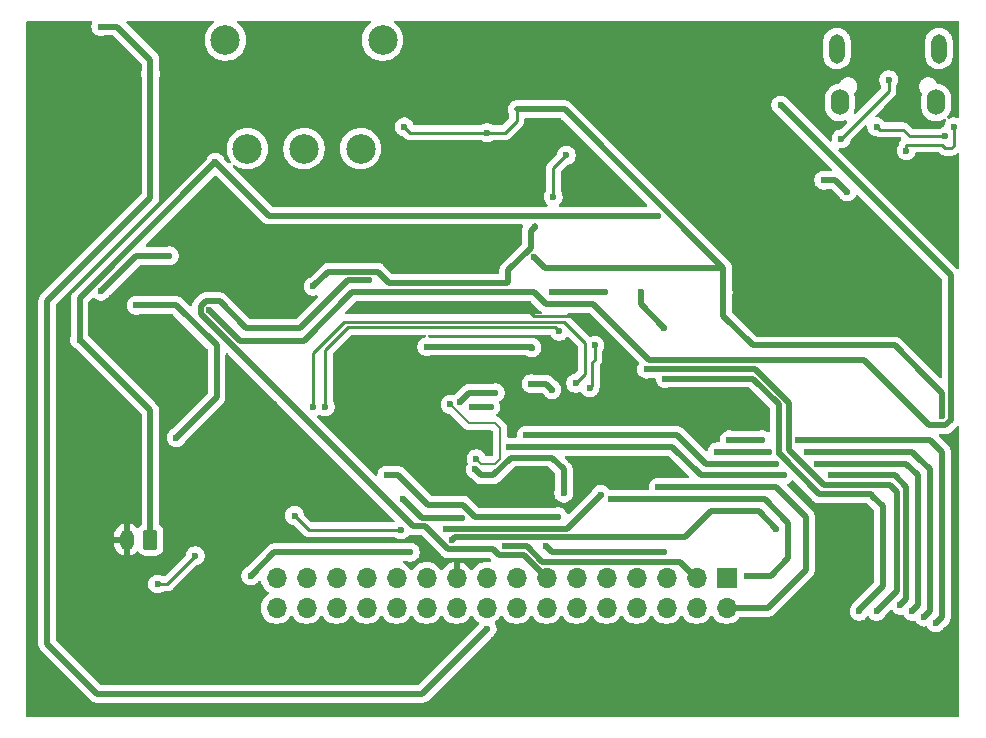
<source format=gbr>
%TF.GenerationSoftware,KiCad,Pcbnew,9.0.0*%
%TF.CreationDate,2025-03-28T16:19:56+02:00*%
%TF.ProjectId,powerSubsys full final,706f7765-7253-4756-9273-79732066756c,rev?*%
%TF.SameCoordinates,Original*%
%TF.FileFunction,Copper,L2,Bot*%
%TF.FilePolarity,Positive*%
%FSLAX46Y46*%
G04 Gerber Fmt 4.6, Leading zero omitted, Abs format (unit mm)*
G04 Created by KiCad (PCBNEW 9.0.0) date 2025-03-28 16:19:56*
%MOMM*%
%LPD*%
G01*
G04 APERTURE LIST*
G04 Aperture macros list*
%AMRoundRect*
0 Rectangle with rounded corners*
0 $1 Rounding radius*
0 $2 $3 $4 $5 $6 $7 $8 $9 X,Y pos of 4 corners*
0 Add a 4 corners polygon primitive as box body*
4,1,4,$2,$3,$4,$5,$6,$7,$8,$9,$2,$3,0*
0 Add four circle primitives for the rounded corners*
1,1,$1+$1,$2,$3*
1,1,$1+$1,$4,$5*
1,1,$1+$1,$6,$7*
1,1,$1+$1,$8,$9*
0 Add four rect primitives between the rounded corners*
20,1,$1+$1,$2,$3,$4,$5,0*
20,1,$1+$1,$4,$5,$6,$7,0*
20,1,$1+$1,$6,$7,$8,$9,0*
20,1,$1+$1,$8,$9,$2,$3,0*%
G04 Aperture macros list end*
%TA.AperFunction,ComponentPad*%
%ADD10O,1.524000X2.200000*%
%TD*%
%TA.AperFunction,ComponentPad*%
%ADD11O,1.300000X2.500000*%
%TD*%
%TA.AperFunction,ComponentPad*%
%ADD12RoundRect,0.250000X0.350000X0.625000X-0.350000X0.625000X-0.350000X-0.625000X0.350000X-0.625000X0*%
%TD*%
%TA.AperFunction,ComponentPad*%
%ADD13O,1.200000X1.750000*%
%TD*%
%TA.AperFunction,ComponentPad*%
%ADD14C,2.500000*%
%TD*%
%TA.AperFunction,ComponentPad*%
%ADD15R,1.700000X1.700000*%
%TD*%
%TA.AperFunction,ComponentPad*%
%ADD16O,1.700000X1.700000*%
%TD*%
%TA.AperFunction,ViaPad*%
%ADD17C,0.600000*%
%TD*%
%TA.AperFunction,Conductor*%
%ADD18C,0.500000*%
%TD*%
%TA.AperFunction,Conductor*%
%ADD19C,0.250000*%
%TD*%
%TA.AperFunction,Conductor*%
%ADD20C,0.200000*%
%TD*%
G04 APERTURE END LIST*
D10*
%TO.P,USBC1,1,1*%
%TO.N,unconnected-(USBC1-Pad1)*%
X253375000Y-76424000D03*
D11*
%TO.P,USBC1,2,2*%
%TO.N,unconnected-(USBC1-Pad2)*%
X253130000Y-71874000D03*
%TO.P,USBC1,3,3*%
%TO.N,unconnected-(USBC1-Pad3)*%
X261770000Y-71874000D03*
D10*
%TO.P,USBC1,4,4*%
%TO.N,unconnected-(USBC1-Pad4)*%
X261525000Y-76424000D03*
%TD*%
D12*
%TO.P,J2,1,Pin_1*%
%TO.N,/Battery*%
X195000000Y-113450000D03*
D13*
%TO.P,J2,2,Pin_2*%
%TO.N,GND*%
X193000000Y-113450000D03*
%TD*%
D14*
%TO.P,SW1,1,1*%
%TO.N,/Battery*%
X203200000Y-80343500D03*
%TO.P,SW1,2,2*%
%TO.N,Vsupply*%
X208000000Y-80343500D03*
%TO.P,SW1,3,3*%
%TO.N,unconnected-(SW1-Pad3)*%
X212800000Y-80343500D03*
%TO.P,SW1,4,4*%
%TO.N,unconnected-(SW1-Pad4)*%
X201350000Y-71143500D03*
%TO.P,SW1,5,5*%
%TO.N,unconnected-(SW1-Pad5)*%
X214650000Y-71143500D03*
%TD*%
D15*
%TO.P,J1,1,Pin_1*%
%TO.N,/Motor2_B_OUT*%
X243780000Y-116683500D03*
D16*
%TO.P,J1,2,Pin_2*%
%TO.N,/Motor2_A_OUT*%
X243780000Y-119223500D03*
%TO.P,J1,3,Pin_3*%
%TO.N,/Motor4_A_OUT*%
X241240000Y-116683500D03*
%TO.P,J1,4,Pin_4*%
%TO.N,/MOTOR2_CTRL1*%
X241240000Y-119223500D03*
%TO.P,J1,5,Pin_5*%
%TO.N,/Motor4_B_OUT*%
X238700000Y-116683500D03*
%TO.P,J1,6,Pin_6*%
%TO.N,/MOTOR2_CTRL2*%
X238700000Y-119223500D03*
%TO.P,J1,7,Pin_7*%
%TO.N,/CTRL_EXT_LOAD2*%
X236160000Y-116683500D03*
%TO.P,J1,8,Pin_8*%
%TO.N,/MOTOR4_CTRL1*%
X236160000Y-119223500D03*
%TO.P,J1,9,Pin_9*%
%TO.N,/USART2_RX*%
X233620000Y-116683500D03*
%TO.P,J1,10,Pin_10*%
%TO.N,/MOTOR4_CTRL2*%
X233620000Y-119223500D03*
%TO.P,J1,11,Pin_11*%
%TO.N,/EXT_LOAD2_OUT*%
X231080000Y-116683500D03*
%TO.P,J1,12,Pin_12*%
%TO.N,/USART2_TX*%
X231080000Y-119223500D03*
%TO.P,J1,13,Pin_13*%
%TO.N,/FAST_CHARGE_CTRL*%
X228540000Y-116683500D03*
%TO.P,J1,14,Pin_14*%
%TO.N,/Battery*%
X228540000Y-119223500D03*
%TO.P,J1,15,Pin_15*%
%TO.N,unconnected-(J1-Pin_15-Pad15)*%
X226000000Y-116683500D03*
%TO.P,J1,16,Pin_16*%
%TO.N,/I2C1_SCL*%
X226000000Y-119223500D03*
%TO.P,J1,17,Pin_17*%
%TO.N,/I2C1_SDA*%
X223460000Y-116683500D03*
%TO.P,J1,18,Pin_18*%
%TO.N,3V3 Out*%
X223460000Y-119223500D03*
%TO.P,J1,19,Pin_19*%
%TO.N,GND*%
X220920000Y-116683500D03*
%TO.P,J1,20,Pin_20*%
%TO.N,5V Out*%
X220920000Y-119223500D03*
%TO.P,J1,21,Pin_21*%
%TO.N,/EXT_LOAD1_OUT*%
X218380000Y-116683500D03*
%TO.P,J1,22,Pin_22*%
%TO.N,+9V*%
X218380000Y-119223500D03*
%TO.P,J1,23,Pin_23*%
%TO.N,GND*%
X215840000Y-116683500D03*
%TO.P,J1,24,Pin_24*%
%TO.N,/MOTOR3_CTRL1*%
X215840000Y-119223500D03*
%TO.P,J1,25,Pin_25*%
%TO.N,/CTRL_EXT_LOAD1*%
X213300000Y-116683500D03*
%TO.P,J1,26,Pin_26*%
%TO.N,/MOTOR3_CTRL2*%
X213300000Y-119223500D03*
%TO.P,J1,27,Pin_27*%
%TO.N,/MOTOR3_A_OUT*%
X210760000Y-116683500D03*
%TO.P,J1,28,Pin_28*%
%TO.N,/MOTOR1_CTRL1*%
X210760000Y-119223500D03*
%TO.P,J1,29,Pin_29*%
%TO.N,/MOTOR3_B_OUT*%
X208220000Y-116683500D03*
%TO.P,J1,30,Pin_30*%
%TO.N,/MOTOR1_CTRL2*%
X208220000Y-119223500D03*
%TO.P,J1,31,Pin_31*%
%TO.N,/MOTOR1_B_OUT*%
X205680000Y-116683500D03*
%TO.P,J1,32,Pin_32*%
%TO.N,/MOTOR1_A_OUT*%
X205680000Y-119223500D03*
%TD*%
D17*
%TO.N,+9V*%
X197200000Y-104800000D03*
X200000000Y-94000000D03*
X248359000Y-76641000D03*
X193800000Y-93600000D03*
%TO.N,/Battery*%
X243000000Y-106000000D03*
X189000000Y-96500000D03*
X236500000Y-92500000D03*
X250600000Y-106000000D03*
X200500000Y-81500000D03*
X260500000Y-120000000D03*
X247400000Y-106000000D03*
X238500000Y-95500000D03*
X238000000Y-86000000D03*
%TO.N,3V3 Out*%
X190800000Y-70000000D03*
X195000000Y-74000000D03*
X223500000Y-121000000D03*
%TO.N,GND*%
X186500000Y-75000000D03*
X185000000Y-72500000D03*
X221500000Y-80500000D03*
X246700000Y-76900000D03*
X219750000Y-73500000D03*
X205500000Y-111500000D03*
X256600000Y-83400000D03*
X248100000Y-74300000D03*
X227000000Y-94000000D03*
X241500000Y-80250000D03*
X199500000Y-104500000D03*
X253200000Y-119200000D03*
X215500000Y-113500000D03*
X220000000Y-75750000D03*
X262400000Y-89300000D03*
X194500000Y-70000000D03*
X254400000Y-112400000D03*
X232500000Y-95000000D03*
X206200000Y-88800000D03*
X205500000Y-102000000D03*
X189000000Y-80500000D03*
X260500000Y-78200000D03*
X234000000Y-100800000D03*
X251200000Y-77400000D03*
X219000000Y-82500000D03*
X213000000Y-83500000D03*
%TO.N,Vsupply*%
X227250000Y-100250000D03*
X229000000Y-100750000D03*
%TO.N,5V Out*%
X218400000Y-97100000D03*
X243500000Y-92500000D03*
X216500000Y-78500000D03*
X227300000Y-97200000D03*
X223500000Y-79000000D03*
X262000000Y-103000000D03*
X227500000Y-89500000D03*
%TO.N,/EXT_LOAD1_OUT*%
X220500000Y-113500000D03*
X248000000Y-112500000D03*
%TO.N,Net-(U6-CC2)*%
X253500000Y-79500000D03*
X257500000Y-74500000D03*
%TO.N,DM*%
X256500000Y-78500000D03*
X262300000Y-79300000D03*
%TO.N,Net-(D3-K)*%
X254000000Y-84000000D03*
X252000000Y-83000000D03*
%TO.N,Net-(U6-CC1)*%
X263000000Y-78500000D03*
X259000000Y-80500000D03*
%TO.N,/I2C1_SCL*%
X244000000Y-105000000D03*
X261500000Y-120500000D03*
X229000000Y-92500000D03*
X246800000Y-105000000D03*
X249800000Y-105000000D03*
X233500000Y-92500000D03*
%TO.N,Net-(Q2-C)*%
X196600000Y-89400000D03*
X190800000Y-92400000D03*
%TO.N,/MOTOR1_A_OUT*%
X215000000Y-108000000D03*
X229500000Y-111500000D03*
%TO.N,/MOTOR2_CTRL1*%
X255000000Y-119500000D03*
X238600000Y-99800000D03*
%TO.N,/Motor2_A_OUT*%
X238000000Y-109000000D03*
%TO.N,/MOTOR1_B_OUT*%
X203500000Y-116500000D03*
X217000000Y-114500000D03*
X220000000Y-112500000D03*
X233128155Y-109628155D03*
%TO.N,/Motor2_B_OUT*%
X245500000Y-116500000D03*
X234000000Y-110000000D03*
%TO.N,/MOTOR2_CTRL2*%
X237000000Y-99000000D03*
X256500000Y-119500000D03*
%TO.N,/MOTOR1_CTRL2*%
X232600000Y-97000000D03*
X209800000Y-102200000D03*
X229600000Y-95800000D03*
X232200000Y-100600000D03*
%TO.N,/MOTOR1_CTRL1*%
X208800000Y-102200000D03*
X231000000Y-100200000D03*
%TO.N,Net-(U7-nSleep)*%
X221400000Y-111600000D03*
X216400000Y-110000000D03*
%TO.N,/MOTOR4_CTRL2*%
X226800000Y-104600000D03*
X259500000Y-119500000D03*
X248000000Y-107000000D03*
X224200000Y-101000000D03*
X221200000Y-101800000D03*
X251400000Y-107000000D03*
%TO.N,/Motor4_A_OUT*%
X225000000Y-114000000D03*
%TO.N,/MOTOR3_CTRL1*%
X195600000Y-117200000D03*
X198800000Y-114800000D03*
%TO.N,Net-(U7-VCP)*%
X222600000Y-106600000D03*
X220400000Y-102000000D03*
%TO.N,/MOTOR4_CTRL1*%
X222200000Y-102200000D03*
X225400000Y-105600000D03*
X252600000Y-108000000D03*
X258500000Y-119000000D03*
X248600000Y-108000000D03*
X223800000Y-102200000D03*
%TO.N,/Motor4_B_OUT*%
X238500000Y-114500000D03*
X222500000Y-107500000D03*
X228500000Y-114000000D03*
X230000000Y-109500000D03*
%TO.N,/FAST_CHARGE_CTRL*%
X213500000Y-91500000D03*
%TO.N,Net-(U7-AISEN)*%
X216200000Y-112600000D03*
X207200000Y-111400000D03*
%TO.N,Net-(R27-Pad2)*%
X229100000Y-84400000D03*
X208800000Y-92000000D03*
X230200000Y-80900000D03*
X227550000Y-86950000D03*
%TD*%
D18*
%TO.N,+9V*%
X208000000Y-96600000D02*
X202600000Y-96600000D01*
X260951000Y-103751000D02*
X255400000Y-98200000D01*
X197200000Y-104800000D02*
X200600000Y-101400000D01*
X227500000Y-92500000D02*
X212100000Y-92500000D01*
X237200000Y-98200000D02*
X232500000Y-93500000D01*
X262311075Y-103751000D02*
X260951000Y-103751000D01*
X200600000Y-101400000D02*
X200600000Y-97000000D01*
X262751000Y-91033000D02*
X262751000Y-103311075D01*
X255400000Y-98200000D02*
X237200000Y-98200000D01*
X193800000Y-93600000D02*
X194000000Y-93600000D01*
X200600000Y-97000000D02*
X197200000Y-93600000D01*
X228500000Y-93500000D02*
X227500000Y-92500000D01*
X262751000Y-103311075D02*
X262311075Y-103751000D01*
X202600000Y-96600000D02*
X200000000Y-94000000D01*
X232500000Y-93500000D02*
X228500000Y-93500000D01*
X197200000Y-93600000D02*
X193800000Y-93600000D01*
X212100000Y-92500000D02*
X208000000Y-96600000D01*
X248359000Y-76641000D02*
X262751000Y-91033000D01*
%TO.N,/Battery*%
X236500000Y-93500000D02*
X238500000Y-95500000D01*
X238000000Y-86000000D02*
X205000000Y-86000000D01*
X236500000Y-92500000D02*
X236500000Y-93500000D01*
X195000000Y-113450000D02*
X195000000Y-102500000D01*
X189000000Y-93000000D02*
X189000000Y-96500000D01*
X195000000Y-102500000D02*
X189000000Y-96500000D01*
X247400000Y-106000000D02*
X243000000Y-106000000D01*
X259500000Y-106000000D02*
X250600000Y-106000000D01*
X260000000Y-106500000D02*
X259500000Y-106000000D01*
X261000000Y-119500000D02*
X261000000Y-107500000D01*
X205000000Y-86000000D02*
X200500000Y-81500000D01*
X200500000Y-81500000D02*
X189000000Y-93000000D01*
X261000000Y-107500000D02*
X260000000Y-106500000D01*
X261000000Y-119500000D02*
X260500000Y-120000000D01*
%TO.N,3V3 Out*%
X190800000Y-70000000D02*
X192200000Y-70000000D01*
X218000000Y-126500000D02*
X190500000Y-126500000D01*
X190500000Y-126500000D02*
X186250000Y-122250000D01*
X192200000Y-70000000D02*
X195000000Y-72800000D01*
X186250000Y-93250000D02*
X195000000Y-84500000D01*
X186250000Y-122250000D02*
X186250000Y-93250000D01*
X195000000Y-84500000D02*
X195000000Y-74000000D01*
X223500000Y-121000000D02*
X218000000Y-126500000D01*
X195000000Y-72800000D02*
X195000000Y-74000000D01*
D19*
%TO.N,GND*%
X256600000Y-83400000D02*
X262400000Y-89200000D01*
X262400000Y-89200000D02*
X262400000Y-89300000D01*
X232000000Y-94500000D02*
X227500000Y-94500000D01*
X232500000Y-95000000D02*
X232000000Y-94500000D01*
X251200000Y-77400000D02*
X248100000Y-74300000D01*
X227500000Y-94500000D02*
X227000000Y-94000000D01*
D18*
%TO.N,Vsupply*%
X227250000Y-100250000D02*
X228500000Y-100250000D01*
X228500000Y-100250000D02*
X229000000Y-100750000D01*
%TO.N,5V Out*%
X243500000Y-92500000D02*
X243500000Y-94500000D01*
D19*
X217000000Y-79000000D02*
X216500000Y-78500000D01*
D18*
X243500000Y-90437925D02*
X230062075Y-77000000D01*
D19*
X226000000Y-78000000D02*
X226000000Y-77000000D01*
D18*
X227500000Y-89500000D02*
X228437925Y-90437925D01*
X243500000Y-92500000D02*
X243500000Y-90437925D01*
X246000000Y-97000000D02*
X258000000Y-97000000D01*
X243500000Y-94500000D02*
X246000000Y-97000000D01*
X260500000Y-99500000D02*
X262000000Y-101000000D01*
X230062075Y-77000000D02*
X226000000Y-77000000D01*
D19*
X223500000Y-79000000D02*
X225000000Y-79000000D01*
X223500000Y-79000000D02*
X217000000Y-79000000D01*
D18*
X218400000Y-97100000D02*
X227300000Y-97100000D01*
X228437925Y-90437925D02*
X243500000Y-90437925D01*
X262000000Y-101000000D02*
X262000000Y-103000000D01*
D19*
X225000000Y-79000000D02*
X226000000Y-78000000D01*
D18*
X258000000Y-97000000D02*
X260500000Y-99500000D01*
%TO.N,/EXT_LOAD1_OUT*%
X220751000Y-113249000D02*
X240251000Y-113249000D01*
X242500000Y-111000000D02*
X246500000Y-111000000D01*
X240251000Y-113249000D02*
X242500000Y-111000000D01*
X220500000Y-113500000D02*
X220751000Y-113249000D01*
X246500000Y-111000000D02*
X248000000Y-112500000D01*
D19*
%TO.N,Net-(U6-CC2)*%
X257500000Y-74500000D02*
X257500000Y-75500000D01*
X257500000Y-75500000D02*
X253500000Y-79500000D01*
%TO.N,DM*%
X259300000Y-79300000D02*
X262300000Y-79300000D01*
X256750000Y-78750000D02*
X258750000Y-78750000D01*
X256500000Y-78500000D02*
X256750000Y-78750000D01*
X258750000Y-78750000D02*
X259300000Y-79300000D01*
D18*
%TO.N,Net-(D3-K)*%
X253000000Y-83000000D02*
X254000000Y-84000000D01*
X252000000Y-83000000D02*
X253000000Y-83000000D01*
D19*
%TO.N,Net-(U6-CC1)*%
X262800000Y-80300000D02*
X263000000Y-80100000D01*
X262000000Y-80000000D02*
X262300000Y-80300000D01*
X262300000Y-80300000D02*
X262800000Y-80300000D01*
X259000000Y-80000000D02*
X262000000Y-80000000D01*
X259000000Y-80500000D02*
X259000000Y-80000000D01*
X263000000Y-80100000D02*
X263000000Y-78500000D01*
D18*
%TO.N,/I2C1_SCL*%
X261000000Y-105000000D02*
X249800000Y-105000000D01*
X229000000Y-92500000D02*
X233500000Y-92500000D01*
X246800000Y-105000000D02*
X244000000Y-105000000D01*
X262000000Y-106000000D02*
X261000000Y-105000000D01*
X262000000Y-120000000D02*
X262000000Y-106000000D01*
X261500000Y-120500000D02*
X262000000Y-120000000D01*
%TO.N,Net-(Q2-C)*%
X193800000Y-89400000D02*
X196200000Y-89400000D01*
X196200000Y-89400000D02*
X196600000Y-89400000D01*
X190800000Y-92400000D02*
X193800000Y-89400000D01*
%TO.N,/MOTOR1_A_OUT*%
X216000000Y-108000000D02*
X218500000Y-110500000D01*
X228500000Y-111500000D02*
X229500000Y-111500000D01*
X222500000Y-111500000D02*
X228500000Y-111500000D01*
X215000000Y-108000000D02*
X216000000Y-108000000D01*
X218500000Y-110500000D02*
X221500000Y-110500000D01*
X221500000Y-110500000D02*
X222500000Y-111500000D01*
%TO.N,/MOTOR2_CTRL1*%
X251600000Y-109600000D02*
X251600000Y-109537925D01*
X246000000Y-99800000D02*
X238600000Y-99800000D01*
X251600000Y-109537925D02*
X248262075Y-106200000D01*
X248200000Y-104600000D02*
X248200000Y-102000000D01*
X256000000Y-109600000D02*
X251600000Y-109600000D01*
X256200000Y-109800000D02*
X256000000Y-109600000D01*
X257000000Y-117400000D02*
X257000000Y-110600000D01*
X248262075Y-106200000D02*
X248200000Y-106200000D01*
X255000000Y-119400000D02*
X257000000Y-117400000D01*
X248200000Y-102000000D02*
X246000000Y-99800000D01*
X255000000Y-119500000D02*
X255000000Y-119400000D01*
X257000000Y-110600000D02*
X256200000Y-109800000D01*
X248200000Y-106200000D02*
X248200000Y-104600000D01*
%TO.N,/Motor2_A_OUT*%
X247276500Y-119223500D02*
X250500000Y-116000000D01*
X250500000Y-116000000D02*
X250500000Y-111500000D01*
X243780000Y-119223500D02*
X247276500Y-119223500D01*
X250500000Y-111500000D02*
X248000000Y-109000000D01*
X248000000Y-109000000D02*
X238000000Y-109000000D01*
%TO.N,/MOTOR1_B_OUT*%
X220000000Y-112500000D02*
X230256310Y-112500000D01*
X205500000Y-114500000D02*
X217000000Y-114500000D01*
X230256310Y-112500000D02*
X233128155Y-109628155D01*
X203500000Y-116500000D02*
X205500000Y-114500000D01*
%TO.N,/Motor2_B_OUT*%
X245500000Y-116500000D02*
X247500000Y-116500000D01*
X249000000Y-112000000D02*
X247000000Y-110000000D01*
X249000000Y-115000000D02*
X249000000Y-112000000D01*
X247000000Y-110000000D02*
X234000000Y-110000000D01*
X247500000Y-116500000D02*
X249000000Y-115000000D01*
%TO.N,/MOTOR2_CTRL2*%
X252000000Y-108800000D02*
X249068962Y-105868962D01*
X257600000Y-108800000D02*
X252000000Y-108800000D01*
X249049000Y-102351000D02*
X249049000Y-101849000D01*
X256500000Y-119500000D02*
X258200000Y-117800000D01*
X249068962Y-105331037D02*
X249049000Y-105311075D01*
X249049000Y-105311075D02*
X249049000Y-104688925D01*
X246200000Y-99000000D02*
X238600000Y-99000000D01*
X258200000Y-109400000D02*
X257600000Y-108800000D01*
X238600000Y-99000000D02*
X237000000Y-99000000D01*
X249068962Y-105868962D02*
X249068962Y-105331037D01*
X249049000Y-104688925D02*
X249049000Y-102351000D01*
X258200000Y-117800000D02*
X258200000Y-109400000D01*
X249049000Y-101849000D02*
X246200000Y-99000000D01*
D19*
%TO.N,/MOTOR1_CTRL2*%
X229251000Y-95451000D02*
X229600000Y-95800000D01*
X209800000Y-102200000D02*
X209800000Y-97400000D01*
X209800000Y-97400000D02*
X211749000Y-95451000D01*
X232400000Y-98400000D02*
X232426000Y-98426000D01*
X232600000Y-98200000D02*
X232400000Y-98400000D01*
X232600000Y-97000000D02*
X232600000Y-98200000D01*
X232426000Y-98426000D02*
X232426000Y-100374000D01*
X232426000Y-100374000D02*
X232200000Y-100600000D01*
X211800000Y-95451000D02*
X229251000Y-95451000D01*
%TO.N,/MOTOR1_CTRL1*%
X231000000Y-100200000D02*
X231800000Y-99400000D01*
X231800000Y-99400000D02*
X231800000Y-96800000D01*
X211400000Y-95000000D02*
X208800000Y-97600000D01*
X231800000Y-96800000D02*
X230000000Y-95000000D01*
X208800000Y-97600000D02*
X208800000Y-102200000D01*
X230000000Y-95000000D02*
X211400000Y-95000000D01*
D18*
%TO.N,Net-(U7-nSleep)*%
X218000000Y-111600000D02*
X221400000Y-111600000D01*
X216400000Y-110000000D02*
X218000000Y-111600000D01*
%TO.N,/MOTOR4_CTRL2*%
X260000000Y-119000000D02*
X260000000Y-108000000D01*
X260000000Y-108000000D02*
X259000000Y-107000000D01*
X239600000Y-104600000D02*
X226800000Y-104600000D01*
X259000000Y-107000000D02*
X251400000Y-107000000D01*
X242000000Y-107000000D02*
X240000000Y-105000000D01*
X222000000Y-101000000D02*
X221400000Y-101600000D01*
X242000000Y-107000000D02*
X242500000Y-107000000D01*
X240000000Y-105000000D02*
X239600000Y-104600000D01*
X242500000Y-107000000D02*
X248000000Y-107000000D01*
X221400000Y-101600000D02*
X221200000Y-101800000D01*
X222600000Y-101000000D02*
X222000000Y-101000000D01*
X259500000Y-119500000D02*
X260000000Y-119000000D01*
X224200000Y-101000000D02*
X222600000Y-101000000D01*
%TO.N,/Motor4_A_OUT*%
X228173932Y-115326068D02*
X239826068Y-115326068D01*
X241183500Y-116683500D02*
X241240000Y-116683500D01*
X239826068Y-115326068D02*
X241183500Y-116683500D01*
X226847864Y-114000000D02*
X228173932Y-115326068D01*
X225000000Y-114000000D02*
X226847864Y-114000000D01*
D19*
%TO.N,/MOTOR3_CTRL1*%
X196400000Y-117200000D02*
X195600000Y-117200000D01*
X198800000Y-114800000D02*
X196400000Y-117200000D01*
D20*
%TO.N,Net-(U7-VCP)*%
X222000000Y-103600000D02*
X224200000Y-103600000D01*
X224200000Y-103600000D02*
X224600000Y-104000000D01*
X220400000Y-102000000D02*
X222000000Y-103600000D01*
X223000000Y-107000000D02*
X222600000Y-106600000D01*
X224600000Y-106600000D02*
X224200000Y-107000000D01*
X224200000Y-107000000D02*
X223000000Y-107000000D01*
X224600000Y-104000000D02*
X224600000Y-106600000D01*
D18*
%TO.N,/MOTOR4_CTRL1*%
X252600000Y-108000000D02*
X258000000Y-108000000D01*
X241600000Y-108000000D02*
X239200000Y-105600000D01*
X259000000Y-118500000D02*
X258500000Y-119000000D01*
X239200000Y-105600000D02*
X225400000Y-105600000D01*
X248600000Y-108000000D02*
X241600000Y-108000000D01*
X223800000Y-102200000D02*
X222200000Y-102200000D01*
X258000000Y-108000000D02*
X259000000Y-109000000D01*
X259000000Y-109000000D02*
X259000000Y-118500000D01*
%TO.N,/Motor4_B_OUT*%
X230000000Y-109500000D02*
X230000000Y-107500000D01*
X229000000Y-106500000D02*
X225500000Y-106500000D01*
X225500000Y-106500000D02*
X225500000Y-106514588D01*
X238500000Y-114500000D02*
X229000000Y-114500000D01*
X223000000Y-108000000D02*
X222500000Y-107500000D01*
X229000000Y-114500000D02*
X228500000Y-114000000D01*
X230000000Y-107500000D02*
X229000000Y-106500000D01*
X225500000Y-106514588D02*
X224014588Y-108000000D01*
X224014588Y-108000000D02*
X223000000Y-108000000D01*
%TO.N,/FAST_CHARGE_CTRL*%
X199249000Y-94311075D02*
X199249000Y-93688925D01*
X228540000Y-116683500D02*
X226606500Y-114750000D01*
X224500000Y-114750000D02*
X224000000Y-114250000D01*
X226606500Y-114750000D02*
X224500000Y-114750000D01*
X199249000Y-93688925D02*
X199688925Y-93249000D01*
X220187925Y-114250000D02*
X218238925Y-112301000D01*
X200849000Y-93249000D02*
X203100000Y-95500000D01*
X203100000Y-95500000D02*
X207700000Y-95500000D01*
X218238925Y-112301000D02*
X217238924Y-112301000D01*
X207700000Y-95500000D02*
X211700000Y-91500000D01*
X211700000Y-91500000D02*
X213500000Y-91500000D01*
X199688925Y-93249000D02*
X200849000Y-93249000D01*
X224000000Y-114250000D02*
X220187925Y-114250000D01*
X217238924Y-112301000D02*
X199249000Y-94311075D01*
D19*
%TO.N,Net-(U7-AISEN)*%
X208400000Y-112600000D02*
X207200000Y-111400000D01*
X216200000Y-112600000D02*
X208400000Y-112600000D01*
D18*
%TO.N,Net-(R27-Pad2)*%
X227188925Y-87311075D02*
X227550000Y-86950000D01*
X227550000Y-86950000D02*
X227600000Y-86900000D01*
X214249000Y-90749000D02*
X215200000Y-91700000D01*
X208800000Y-92000000D02*
X210051000Y-90749000D01*
X215200000Y-91700000D02*
X225200000Y-91700000D01*
D19*
X229100000Y-84400000D02*
X229100000Y-82000000D01*
D18*
X225200000Y-91700000D02*
X225300000Y-91600000D01*
X210051000Y-90749000D02*
X214249000Y-90749000D01*
X225300000Y-90637925D02*
X227188925Y-88749000D01*
D19*
X229100000Y-82000000D02*
X230200000Y-80900000D01*
D18*
X227188925Y-88749000D02*
X227188925Y-87311075D01*
X225300000Y-91600000D02*
X225300000Y-90637925D01*
%TD*%
%TA.AperFunction,Conductor*%
%TO.N,GND*%
G36*
X190021905Y-69520185D02*
G01*
X190067660Y-69572989D01*
X190077604Y-69642147D01*
X190069427Y-69671950D01*
X190056608Y-69702900D01*
X190030263Y-69766502D01*
X190030261Y-69766510D01*
X189999500Y-69921153D01*
X189999500Y-70078846D01*
X190030261Y-70233489D01*
X190030264Y-70233501D01*
X190090602Y-70379172D01*
X190090609Y-70379185D01*
X190178210Y-70510288D01*
X190178213Y-70510292D01*
X190289707Y-70621786D01*
X190289711Y-70621789D01*
X190420814Y-70709390D01*
X190420827Y-70709397D01*
X190520060Y-70750500D01*
X190566503Y-70769737D01*
X190721153Y-70800499D01*
X190721156Y-70800500D01*
X190721158Y-70800500D01*
X190878844Y-70800500D01*
X190878845Y-70800499D01*
X190955152Y-70785320D01*
X191033488Y-70769739D01*
X191033489Y-70769738D01*
X191033497Y-70769737D01*
X191057155Y-70759937D01*
X191104604Y-70750500D01*
X191837770Y-70750500D01*
X191904809Y-70770185D01*
X191925451Y-70786819D01*
X194213181Y-73074549D01*
X194246666Y-73135872D01*
X194249500Y-73162230D01*
X194249500Y-73695396D01*
X194240062Y-73742844D01*
X194230263Y-73766503D01*
X194230262Y-73766506D01*
X194230260Y-73766511D01*
X194199500Y-73921153D01*
X194199500Y-74078846D01*
X194230261Y-74233489D01*
X194230263Y-74233497D01*
X194240061Y-74257151D01*
X194249500Y-74304604D01*
X194249500Y-84137770D01*
X194229815Y-84204809D01*
X194213181Y-84225451D01*
X185667048Y-92771583D01*
X185660698Y-92781087D01*
X185627842Y-92830262D01*
X185627841Y-92830263D01*
X185584914Y-92894507D01*
X185528343Y-93031082D01*
X185528340Y-93031092D01*
X185499500Y-93176079D01*
X185499500Y-93176082D01*
X185499500Y-122323918D01*
X185499500Y-122323920D01*
X185499499Y-122323920D01*
X185528340Y-122468907D01*
X185528343Y-122468917D01*
X185584914Y-122605492D01*
X185617812Y-122654727D01*
X185617813Y-122654730D01*
X185667046Y-122728414D01*
X185667052Y-122728421D01*
X189917049Y-126978416D01*
X190021584Y-127082951D01*
X190021587Y-127082953D01*
X190021588Y-127082954D01*
X190144503Y-127165083D01*
X190144506Y-127165085D01*
X190194665Y-127185861D01*
X190201080Y-127188518D01*
X190281088Y-127221659D01*
X190397241Y-127244763D01*
X190420380Y-127249365D01*
X190426081Y-127250500D01*
X190426082Y-127250500D01*
X218073920Y-127250500D01*
X218171462Y-127231096D01*
X218218913Y-127221658D01*
X218355495Y-127165084D01*
X218404729Y-127132186D01*
X218478416Y-127082952D01*
X223815295Y-121746070D01*
X223855519Y-121719193D01*
X223879179Y-121709394D01*
X224010289Y-121621789D01*
X224121789Y-121510289D01*
X224209394Y-121379179D01*
X224269737Y-121233497D01*
X224300500Y-121078842D01*
X224300500Y-120921158D01*
X224300500Y-120921155D01*
X224300499Y-120921153D01*
X224276499Y-120800499D01*
X224269737Y-120766503D01*
X224235855Y-120684704D01*
X224209397Y-120620827D01*
X224209390Y-120620814D01*
X224153067Y-120536521D01*
X224132189Y-120469843D01*
X224150673Y-120402463D01*
X224183281Y-120367314D01*
X224339792Y-120253604D01*
X224490104Y-120103292D01*
X224490106Y-120103288D01*
X224490109Y-120103286D01*
X224615048Y-119931320D01*
X224615047Y-119931320D01*
X224615051Y-119931316D01*
X224619514Y-119922554D01*
X224667488Y-119871759D01*
X224735308Y-119854963D01*
X224801444Y-119877499D01*
X224840486Y-119922556D01*
X224844951Y-119931320D01*
X224969890Y-120103286D01*
X225120213Y-120253609D01*
X225292179Y-120378548D01*
X225292181Y-120378549D01*
X225292184Y-120378551D01*
X225481588Y-120475057D01*
X225683757Y-120540746D01*
X225893713Y-120574000D01*
X225893714Y-120574000D01*
X226106286Y-120574000D01*
X226106287Y-120574000D01*
X226316243Y-120540746D01*
X226518412Y-120475057D01*
X226707816Y-120378551D01*
X226815245Y-120300500D01*
X226879786Y-120253609D01*
X226879788Y-120253606D01*
X226879792Y-120253604D01*
X227030104Y-120103292D01*
X227030106Y-120103288D01*
X227030109Y-120103286D01*
X227155048Y-119931320D01*
X227155047Y-119931320D01*
X227155051Y-119931316D01*
X227159514Y-119922554D01*
X227207488Y-119871759D01*
X227275308Y-119854963D01*
X227341444Y-119877499D01*
X227380486Y-119922556D01*
X227384951Y-119931320D01*
X227509890Y-120103286D01*
X227660213Y-120253609D01*
X227832179Y-120378548D01*
X227832181Y-120378549D01*
X227832184Y-120378551D01*
X228021588Y-120475057D01*
X228223757Y-120540746D01*
X228433713Y-120574000D01*
X228433714Y-120574000D01*
X228646286Y-120574000D01*
X228646287Y-120574000D01*
X228856243Y-120540746D01*
X229058412Y-120475057D01*
X229247816Y-120378551D01*
X229355245Y-120300500D01*
X229419786Y-120253609D01*
X229419788Y-120253606D01*
X229419792Y-120253604D01*
X229570104Y-120103292D01*
X229570106Y-120103288D01*
X229570109Y-120103286D01*
X229695048Y-119931320D01*
X229695047Y-119931320D01*
X229695051Y-119931316D01*
X229699514Y-119922554D01*
X229747488Y-119871759D01*
X229815308Y-119854963D01*
X229881444Y-119877499D01*
X229920486Y-119922556D01*
X229924951Y-119931320D01*
X230049890Y-120103286D01*
X230200213Y-120253609D01*
X230372179Y-120378548D01*
X230372181Y-120378549D01*
X230372184Y-120378551D01*
X230561588Y-120475057D01*
X230763757Y-120540746D01*
X230973713Y-120574000D01*
X230973714Y-120574000D01*
X231186286Y-120574000D01*
X231186287Y-120574000D01*
X231396243Y-120540746D01*
X231598412Y-120475057D01*
X231787816Y-120378551D01*
X231895245Y-120300500D01*
X231959786Y-120253609D01*
X231959788Y-120253606D01*
X231959792Y-120253604D01*
X232110104Y-120103292D01*
X232110106Y-120103288D01*
X232110109Y-120103286D01*
X232235048Y-119931320D01*
X232235047Y-119931320D01*
X232235051Y-119931316D01*
X232239514Y-119922554D01*
X232287488Y-119871759D01*
X232355308Y-119854963D01*
X232421444Y-119877499D01*
X232460486Y-119922556D01*
X232464951Y-119931320D01*
X232589890Y-120103286D01*
X232740213Y-120253609D01*
X232912179Y-120378548D01*
X232912181Y-120378549D01*
X232912184Y-120378551D01*
X233101588Y-120475057D01*
X233303757Y-120540746D01*
X233513713Y-120574000D01*
X233513714Y-120574000D01*
X233726286Y-120574000D01*
X233726287Y-120574000D01*
X233936243Y-120540746D01*
X234138412Y-120475057D01*
X234327816Y-120378551D01*
X234435245Y-120300500D01*
X234499786Y-120253609D01*
X234499788Y-120253606D01*
X234499792Y-120253604D01*
X234650104Y-120103292D01*
X234650106Y-120103288D01*
X234650109Y-120103286D01*
X234775048Y-119931320D01*
X234775047Y-119931320D01*
X234775051Y-119931316D01*
X234779514Y-119922554D01*
X234827488Y-119871759D01*
X234895308Y-119854963D01*
X234961444Y-119877499D01*
X235000486Y-119922556D01*
X235004951Y-119931320D01*
X235129890Y-120103286D01*
X235280213Y-120253609D01*
X235452179Y-120378548D01*
X235452181Y-120378549D01*
X235452184Y-120378551D01*
X235641588Y-120475057D01*
X235843757Y-120540746D01*
X236053713Y-120574000D01*
X236053714Y-120574000D01*
X236266286Y-120574000D01*
X236266287Y-120574000D01*
X236476243Y-120540746D01*
X236678412Y-120475057D01*
X236867816Y-120378551D01*
X236975245Y-120300500D01*
X237039786Y-120253609D01*
X237039788Y-120253606D01*
X237039792Y-120253604D01*
X237190104Y-120103292D01*
X237190106Y-120103288D01*
X237190109Y-120103286D01*
X237315048Y-119931320D01*
X237315047Y-119931320D01*
X237315051Y-119931316D01*
X237319514Y-119922554D01*
X237367488Y-119871759D01*
X237435308Y-119854963D01*
X237501444Y-119877499D01*
X237540486Y-119922556D01*
X237544951Y-119931320D01*
X237669890Y-120103286D01*
X237820213Y-120253609D01*
X237992179Y-120378548D01*
X237992181Y-120378549D01*
X237992184Y-120378551D01*
X238181588Y-120475057D01*
X238383757Y-120540746D01*
X238593713Y-120574000D01*
X238593714Y-120574000D01*
X238806286Y-120574000D01*
X238806287Y-120574000D01*
X239016243Y-120540746D01*
X239218412Y-120475057D01*
X239407816Y-120378551D01*
X239515245Y-120300500D01*
X239579786Y-120253609D01*
X239579788Y-120253606D01*
X239579792Y-120253604D01*
X239730104Y-120103292D01*
X239730106Y-120103288D01*
X239730109Y-120103286D01*
X239855048Y-119931320D01*
X239855047Y-119931320D01*
X239855051Y-119931316D01*
X239859514Y-119922554D01*
X239907488Y-119871759D01*
X239975308Y-119854963D01*
X240041444Y-119877499D01*
X240080486Y-119922556D01*
X240084951Y-119931320D01*
X240209890Y-120103286D01*
X240360213Y-120253609D01*
X240532179Y-120378548D01*
X240532181Y-120378549D01*
X240532184Y-120378551D01*
X240721588Y-120475057D01*
X240923757Y-120540746D01*
X241133713Y-120574000D01*
X241133714Y-120574000D01*
X241346286Y-120574000D01*
X241346287Y-120574000D01*
X241556243Y-120540746D01*
X241758412Y-120475057D01*
X241947816Y-120378551D01*
X242055245Y-120300500D01*
X242119786Y-120253609D01*
X242119788Y-120253606D01*
X242119792Y-120253604D01*
X242270104Y-120103292D01*
X242270106Y-120103288D01*
X242270109Y-120103286D01*
X242395048Y-119931320D01*
X242395047Y-119931320D01*
X242395051Y-119931316D01*
X242399514Y-119922554D01*
X242447488Y-119871759D01*
X242515308Y-119854963D01*
X242581444Y-119877499D01*
X242620486Y-119922556D01*
X242624951Y-119931320D01*
X242749890Y-120103286D01*
X242900213Y-120253609D01*
X243072179Y-120378548D01*
X243072181Y-120378549D01*
X243072184Y-120378551D01*
X243261588Y-120475057D01*
X243463757Y-120540746D01*
X243673713Y-120574000D01*
X243673714Y-120574000D01*
X243886286Y-120574000D01*
X243886287Y-120574000D01*
X244096243Y-120540746D01*
X244298412Y-120475057D01*
X244487816Y-120378551D01*
X244595245Y-120300500D01*
X244659786Y-120253609D01*
X244659788Y-120253606D01*
X244659792Y-120253604D01*
X244810104Y-120103292D01*
X244831444Y-120073920D01*
X244866903Y-120025115D01*
X244922233Y-119982449D01*
X244967221Y-119974000D01*
X247350420Y-119974000D01*
X247447962Y-119954596D01*
X247495413Y-119945158D01*
X247631995Y-119888584D01*
X247681518Y-119855494D01*
X247681518Y-119855493D01*
X247681520Y-119855493D01*
X247718217Y-119830973D01*
X247754916Y-119806452D01*
X251082951Y-116478416D01*
X251165084Y-116355495D01*
X251221658Y-116218913D01*
X251250500Y-116073918D01*
X251250500Y-115926083D01*
X251250500Y-111426082D01*
X251250500Y-111426079D01*
X251221659Y-111281092D01*
X251221658Y-111281091D01*
X251221658Y-111281087D01*
X251174196Y-111166503D01*
X251165085Y-111144507D01*
X251165084Y-111144505D01*
X251120925Y-111078416D01*
X251120924Y-111078414D01*
X251120923Y-111078412D01*
X251082955Y-111021589D01*
X251082952Y-111021584D01*
X248961082Y-108899714D01*
X248927597Y-108838391D01*
X248932581Y-108768699D01*
X248974453Y-108712766D01*
X248979872Y-108708931D01*
X249110289Y-108621789D01*
X249221786Y-108510292D01*
X249221789Y-108510289D01*
X249235539Y-108489711D01*
X249253686Y-108462553D01*
X249307298Y-108417747D01*
X249376623Y-108409040D01*
X249439650Y-108439194D01*
X249444469Y-108443762D01*
X250902422Y-109901715D01*
X250929301Y-109941941D01*
X250934913Y-109955489D01*
X250934919Y-109955501D01*
X251017048Y-110078415D01*
X251017051Y-110078419D01*
X251121580Y-110182948D01*
X251121584Y-110182951D01*
X251244498Y-110265080D01*
X251244511Y-110265087D01*
X251381082Y-110321656D01*
X251381087Y-110321658D01*
X251381091Y-110321658D01*
X251381092Y-110321659D01*
X251526079Y-110350500D01*
X251526082Y-110350500D01*
X255637770Y-110350500D01*
X255704809Y-110370185D01*
X255725451Y-110386819D01*
X256213181Y-110874549D01*
X256246666Y-110935872D01*
X256249500Y-110962230D01*
X256249500Y-117037770D01*
X256229815Y-117104809D01*
X256213181Y-117125451D01*
X254417050Y-118921581D01*
X254417044Y-118921589D01*
X254379074Y-118978415D01*
X254379075Y-118978416D01*
X254334913Y-119044509D01*
X254328687Y-119059540D01*
X254317231Y-119080972D01*
X254290611Y-119120812D01*
X254290602Y-119120828D01*
X254230264Y-119266498D01*
X254230261Y-119266510D01*
X254199500Y-119421153D01*
X254199500Y-119578846D01*
X254230261Y-119733489D01*
X254230264Y-119733501D01*
X254290602Y-119879172D01*
X254290609Y-119879185D01*
X254378210Y-120010288D01*
X254378213Y-120010292D01*
X254489707Y-120121786D01*
X254489711Y-120121789D01*
X254620814Y-120209390D01*
X254620827Y-120209397D01*
X254727554Y-120253604D01*
X254766503Y-120269737D01*
X254886736Y-120293653D01*
X254921153Y-120300499D01*
X254921156Y-120300500D01*
X254921158Y-120300500D01*
X255078844Y-120300500D01*
X255078845Y-120300499D01*
X255233497Y-120269737D01*
X255379179Y-120209394D01*
X255510289Y-120121789D01*
X255621789Y-120010289D01*
X255629145Y-119999279D01*
X255646898Y-119972712D01*
X255700510Y-119927906D01*
X255769835Y-119919199D01*
X255832862Y-119949353D01*
X255853102Y-119972712D01*
X255878207Y-120010284D01*
X255878213Y-120010292D01*
X255989707Y-120121786D01*
X255989711Y-120121789D01*
X256120814Y-120209390D01*
X256120827Y-120209397D01*
X256227554Y-120253604D01*
X256266503Y-120269737D01*
X256386736Y-120293653D01*
X256421153Y-120300499D01*
X256421156Y-120300500D01*
X256421158Y-120300500D01*
X256578844Y-120300500D01*
X256578845Y-120300499D01*
X256733497Y-120269737D01*
X256879179Y-120209394D01*
X257010289Y-120121789D01*
X257121789Y-120010289D01*
X257209394Y-119879179D01*
X257219191Y-119855524D01*
X257246069Y-119815297D01*
X257640341Y-119421025D01*
X257701662Y-119387542D01*
X257771354Y-119392526D01*
X257827287Y-119434398D01*
X257831122Y-119439817D01*
X257878210Y-119510288D01*
X257878213Y-119510292D01*
X257989707Y-119621786D01*
X257989711Y-119621789D01*
X258120814Y-119709390D01*
X258120827Y-119709397D01*
X258256450Y-119765573D01*
X258266503Y-119769737D01*
X258386736Y-119793653D01*
X258421153Y-119800499D01*
X258421156Y-119800500D01*
X258421158Y-119800500D01*
X258578843Y-119800500D01*
X258595304Y-119797225D01*
X258644568Y-119787426D01*
X258714158Y-119793653D01*
X258769336Y-119836515D01*
X258783320Y-119861589D01*
X258790606Y-119879179D01*
X258790609Y-119879185D01*
X258878210Y-120010288D01*
X258878213Y-120010292D01*
X258989707Y-120121786D01*
X258989711Y-120121789D01*
X259120814Y-120209390D01*
X259120827Y-120209397D01*
X259227554Y-120253604D01*
X259266503Y-120269737D01*
X259386736Y-120293653D01*
X259421153Y-120300499D01*
X259421156Y-120300500D01*
X259421158Y-120300500D01*
X259578843Y-120300500D01*
X259595304Y-120297225D01*
X259644568Y-120287426D01*
X259714158Y-120293653D01*
X259769336Y-120336515D01*
X259783320Y-120361589D01*
X259790606Y-120379179D01*
X259790609Y-120379185D01*
X259878210Y-120510288D01*
X259878213Y-120510292D01*
X259989707Y-120621786D01*
X259989711Y-120621789D01*
X260120814Y-120709390D01*
X260120827Y-120709397D01*
X260256450Y-120765573D01*
X260266503Y-120769737D01*
X260386736Y-120793653D01*
X260421153Y-120800499D01*
X260421156Y-120800500D01*
X260421158Y-120800500D01*
X260578843Y-120800500D01*
X260595304Y-120797225D01*
X260644568Y-120787426D01*
X260714158Y-120793653D01*
X260769336Y-120836515D01*
X260783320Y-120861589D01*
X260790606Y-120879179D01*
X260790609Y-120879185D01*
X260878210Y-121010288D01*
X260878213Y-121010292D01*
X260989707Y-121121786D01*
X260989711Y-121121789D01*
X261120814Y-121209390D01*
X261120827Y-121209397D01*
X261266498Y-121269735D01*
X261266503Y-121269737D01*
X261421153Y-121300499D01*
X261421156Y-121300500D01*
X261421158Y-121300500D01*
X261578844Y-121300500D01*
X261578845Y-121300499D01*
X261733497Y-121269737D01*
X261879179Y-121209394D01*
X262010289Y-121121789D01*
X262121789Y-121010289D01*
X262209394Y-120879179D01*
X262219191Y-120855524D01*
X262246067Y-120815299D01*
X262582952Y-120478416D01*
X262649259Y-120379179D01*
X262665084Y-120355495D01*
X262721658Y-120218913D01*
X262750500Y-120073918D01*
X262750500Y-105926082D01*
X262743443Y-105890606D01*
X262721659Y-105781088D01*
X262677267Y-105673917D01*
X262665084Y-105644505D01*
X262601905Y-105549950D01*
X262582952Y-105521585D01*
X262582950Y-105521582D01*
X261774549Y-104713181D01*
X261741064Y-104651858D01*
X261746048Y-104582166D01*
X261787920Y-104526233D01*
X261853384Y-104501816D01*
X261862230Y-104501500D01*
X262384995Y-104501500D01*
X262482537Y-104482096D01*
X262529988Y-104472658D01*
X262635622Y-104428902D01*
X262666563Y-104416087D01*
X262666563Y-104416086D01*
X262666570Y-104416084D01*
X262723251Y-104378211D01*
X262789491Y-104333952D01*
X263287819Y-103835624D01*
X263349142Y-103802139D01*
X263418834Y-103807123D01*
X263474767Y-103848995D01*
X263499184Y-103914459D01*
X263499500Y-103923305D01*
X263499500Y-128375500D01*
X263479815Y-128442539D01*
X263427011Y-128488294D01*
X263375500Y-128499500D01*
X184624500Y-128499500D01*
X184557461Y-128479815D01*
X184511706Y-128427011D01*
X184500500Y-128375500D01*
X184500500Y-69624500D01*
X184520185Y-69557461D01*
X184572989Y-69511706D01*
X184624500Y-69500500D01*
X189954866Y-69500500D01*
X190021905Y-69520185D01*
G37*
%TD.AperFunction*%
%TA.AperFunction,Conductor*%
G36*
X200279156Y-69508944D02*
G01*
X200308524Y-69514968D01*
X200312331Y-69518686D01*
X200317436Y-69520185D01*
X200337062Y-69542835D01*
X200358514Y-69563782D01*
X200359707Y-69568968D01*
X200363191Y-69572989D01*
X200367456Y-69602655D01*
X200374178Y-69631873D01*
X200372377Y-69636880D01*
X200373135Y-69642147D01*
X200360683Y-69669411D01*
X200350542Y-69697624D01*
X200345390Y-69702900D01*
X200344110Y-69705703D01*
X200325889Y-69722870D01*
X200193339Y-69824581D01*
X200193329Y-69824589D01*
X200031089Y-69986830D01*
X200031081Y-69986838D01*
X199891392Y-70168882D01*
X199776657Y-70367609D01*
X199776650Y-70367623D01*
X199688842Y-70579612D01*
X199688842Y-70579613D01*
X199629657Y-70800499D01*
X199629453Y-70801259D01*
X199629451Y-70801270D01*
X199599500Y-71028758D01*
X199599500Y-71258241D01*
X199624446Y-71447715D01*
X199629452Y-71485738D01*
X199629453Y-71485740D01*
X199688842Y-71707387D01*
X199776650Y-71919376D01*
X199776657Y-71919390D01*
X199891392Y-72118117D01*
X200031081Y-72300161D01*
X200031089Y-72300170D01*
X200193330Y-72462411D01*
X200193338Y-72462418D01*
X200375382Y-72602107D01*
X200375385Y-72602108D01*
X200375388Y-72602111D01*
X200574112Y-72716844D01*
X200574117Y-72716846D01*
X200574123Y-72716849D01*
X200665480Y-72754690D01*
X200786113Y-72804658D01*
X201007762Y-72864048D01*
X201235266Y-72894000D01*
X201235273Y-72894000D01*
X201464727Y-72894000D01*
X201464734Y-72894000D01*
X201692238Y-72864048D01*
X201913887Y-72804658D01*
X202125888Y-72716844D01*
X202324612Y-72602111D01*
X202506661Y-72462419D01*
X202506665Y-72462414D01*
X202506670Y-72462411D01*
X202668911Y-72300170D01*
X202668914Y-72300165D01*
X202668919Y-72300161D01*
X202808611Y-72118112D01*
X202923344Y-71919388D01*
X203011158Y-71707387D01*
X203070548Y-71485738D01*
X203100500Y-71258234D01*
X203100500Y-71028766D01*
X203070548Y-70801262D01*
X203011158Y-70579613D01*
X202935287Y-70396445D01*
X202923349Y-70367623D01*
X202923346Y-70367617D01*
X202923344Y-70367612D01*
X202808611Y-70168888D01*
X202808608Y-70168885D01*
X202808607Y-70168882D01*
X202668918Y-69986838D01*
X202668911Y-69986830D01*
X202506670Y-69824589D01*
X202506665Y-69824585D01*
X202506661Y-69824581D01*
X202374114Y-69722873D01*
X202332914Y-69666448D01*
X202328759Y-69596701D01*
X202362972Y-69535781D01*
X202424689Y-69503029D01*
X202449603Y-69500500D01*
X213550397Y-69500500D01*
X213617436Y-69520185D01*
X213663191Y-69572989D01*
X213673135Y-69642147D01*
X213644110Y-69705703D01*
X213625889Y-69722870D01*
X213493339Y-69824581D01*
X213493329Y-69824589D01*
X213331089Y-69986830D01*
X213331081Y-69986838D01*
X213191392Y-70168882D01*
X213076657Y-70367609D01*
X213076650Y-70367623D01*
X212988842Y-70579612D01*
X212988842Y-70579613D01*
X212929657Y-70800499D01*
X212929453Y-70801259D01*
X212929451Y-70801270D01*
X212899500Y-71028758D01*
X212899500Y-71258241D01*
X212924446Y-71447715D01*
X212929452Y-71485738D01*
X212929453Y-71485740D01*
X212988842Y-71707387D01*
X213076650Y-71919376D01*
X213076657Y-71919390D01*
X213191392Y-72118117D01*
X213331081Y-72300161D01*
X213331089Y-72300170D01*
X213493330Y-72462411D01*
X213493338Y-72462418D01*
X213675382Y-72602107D01*
X213675385Y-72602108D01*
X213675388Y-72602111D01*
X213874112Y-72716844D01*
X213874117Y-72716846D01*
X213874123Y-72716849D01*
X213965480Y-72754690D01*
X214086113Y-72804658D01*
X214307762Y-72864048D01*
X214535266Y-72894000D01*
X214535273Y-72894000D01*
X214764727Y-72894000D01*
X214764734Y-72894000D01*
X214992238Y-72864048D01*
X215213887Y-72804658D01*
X215425888Y-72716844D01*
X215624612Y-72602111D01*
X215806661Y-72462419D01*
X215806665Y-72462414D01*
X215806670Y-72462411D01*
X215968911Y-72300170D01*
X215968914Y-72300165D01*
X215968919Y-72300161D01*
X216108611Y-72118112D01*
X216223344Y-71919388D01*
X216311158Y-71707387D01*
X216370548Y-71485738D01*
X216400500Y-71258234D01*
X216400500Y-71183448D01*
X251979500Y-71183448D01*
X251979500Y-72564551D01*
X252007829Y-72743410D01*
X252063787Y-72915636D01*
X252063788Y-72915639D01*
X252119664Y-73025300D01*
X252144758Y-73074549D01*
X252146006Y-73076997D01*
X252252441Y-73223494D01*
X252252445Y-73223499D01*
X252380500Y-73351554D01*
X252380505Y-73351558D01*
X252508287Y-73444396D01*
X252527006Y-73457996D01*
X252632484Y-73511740D01*
X252688360Y-73540211D01*
X252688363Y-73540212D01*
X252774476Y-73568191D01*
X252860591Y-73596171D01*
X252943429Y-73609291D01*
X253039449Y-73624500D01*
X253039454Y-73624500D01*
X253220551Y-73624500D01*
X253307259Y-73610765D01*
X253399409Y-73596171D01*
X253571639Y-73540211D01*
X253732994Y-73457996D01*
X253879501Y-73351553D01*
X254007553Y-73223501D01*
X254113996Y-73076994D01*
X254196211Y-72915639D01*
X254252171Y-72743409D01*
X254266765Y-72651259D01*
X254280500Y-72564551D01*
X254280500Y-71183448D01*
X260619500Y-71183448D01*
X260619500Y-72564551D01*
X260647829Y-72743410D01*
X260703787Y-72915636D01*
X260703788Y-72915639D01*
X260759664Y-73025300D01*
X260784758Y-73074549D01*
X260786006Y-73076997D01*
X260892441Y-73223494D01*
X260892445Y-73223499D01*
X261020500Y-73351554D01*
X261020505Y-73351558D01*
X261148287Y-73444396D01*
X261167006Y-73457996D01*
X261272484Y-73511740D01*
X261328360Y-73540211D01*
X261328363Y-73540212D01*
X261414476Y-73568191D01*
X261500591Y-73596171D01*
X261583429Y-73609291D01*
X261679449Y-73624500D01*
X261679454Y-73624500D01*
X261860551Y-73624500D01*
X261947259Y-73610765D01*
X262039409Y-73596171D01*
X262211639Y-73540211D01*
X262372994Y-73457996D01*
X262519501Y-73351553D01*
X262647553Y-73223501D01*
X262753996Y-73076994D01*
X262836211Y-72915639D01*
X262892171Y-72743409D01*
X262906765Y-72651259D01*
X262920500Y-72564551D01*
X262920500Y-71183448D01*
X262904019Y-71079397D01*
X262892171Y-71004591D01*
X262836211Y-70832361D01*
X262836211Y-70832360D01*
X262807740Y-70776484D01*
X262753996Y-70671006D01*
X262718236Y-70621786D01*
X262647558Y-70524505D01*
X262647554Y-70524500D01*
X262519499Y-70396445D01*
X262519494Y-70396441D01*
X262372997Y-70290006D01*
X262372996Y-70290005D01*
X262372994Y-70290004D01*
X262321300Y-70263664D01*
X262211639Y-70207788D01*
X262211636Y-70207787D01*
X262039410Y-70151829D01*
X261860551Y-70123500D01*
X261860546Y-70123500D01*
X261679454Y-70123500D01*
X261679449Y-70123500D01*
X261500589Y-70151829D01*
X261328363Y-70207787D01*
X261328360Y-70207788D01*
X261167002Y-70290006D01*
X261020505Y-70396441D01*
X261020500Y-70396445D01*
X260892445Y-70524500D01*
X260892441Y-70524505D01*
X260786006Y-70671002D01*
X260703788Y-70832360D01*
X260703787Y-70832363D01*
X260647829Y-71004589D01*
X260619500Y-71183448D01*
X254280500Y-71183448D01*
X254264019Y-71079397D01*
X254252171Y-71004591D01*
X254196211Y-70832361D01*
X254196211Y-70832360D01*
X254167740Y-70776484D01*
X254113996Y-70671006D01*
X254078236Y-70621786D01*
X254007558Y-70524505D01*
X254007554Y-70524500D01*
X253879499Y-70396445D01*
X253879494Y-70396441D01*
X253732997Y-70290006D01*
X253732996Y-70290005D01*
X253732994Y-70290004D01*
X253681300Y-70263664D01*
X253571639Y-70207788D01*
X253571636Y-70207787D01*
X253399410Y-70151829D01*
X253220551Y-70123500D01*
X253220546Y-70123500D01*
X253039454Y-70123500D01*
X253039449Y-70123500D01*
X252860589Y-70151829D01*
X252688363Y-70207787D01*
X252688360Y-70207788D01*
X252527002Y-70290006D01*
X252380505Y-70396441D01*
X252380500Y-70396445D01*
X252252445Y-70524500D01*
X252252441Y-70524505D01*
X252146006Y-70671002D01*
X252063788Y-70832360D01*
X252063787Y-70832363D01*
X252007829Y-71004589D01*
X251979500Y-71183448D01*
X216400500Y-71183448D01*
X216400500Y-71028766D01*
X216370548Y-70801262D01*
X216311158Y-70579613D01*
X216235287Y-70396445D01*
X216223349Y-70367623D01*
X216223346Y-70367617D01*
X216223344Y-70367612D01*
X216108611Y-70168888D01*
X216108608Y-70168885D01*
X216108607Y-70168882D01*
X215968918Y-69986838D01*
X215968911Y-69986830D01*
X215806670Y-69824589D01*
X215806665Y-69824585D01*
X215806661Y-69824581D01*
X215674114Y-69722873D01*
X215632914Y-69666448D01*
X215628759Y-69596701D01*
X215662972Y-69535781D01*
X215724689Y-69503029D01*
X215749603Y-69500500D01*
X263375500Y-69500500D01*
X263442539Y-69520185D01*
X263488294Y-69572989D01*
X263499500Y-69624500D01*
X263499500Y-77654865D01*
X263479815Y-77721904D01*
X263427011Y-77767659D01*
X263357853Y-77777603D01*
X263328048Y-77769427D01*
X263323780Y-77767659D01*
X263233497Y-77730263D01*
X263233494Y-77730262D01*
X263233491Y-77730261D01*
X263078845Y-77699500D01*
X263078842Y-77699500D01*
X262921158Y-77699500D01*
X262921155Y-77699500D01*
X262766510Y-77730261D01*
X262766498Y-77730264D01*
X262618078Y-77791741D01*
X262548608Y-77799210D01*
X262486129Y-77767934D01*
X262450478Y-77707845D01*
X262452972Y-77638020D01*
X262482948Y-77589496D01*
X262487981Y-77584464D01*
X262604787Y-77423694D01*
X262695005Y-77246632D01*
X262756413Y-77057636D01*
X262787500Y-76861361D01*
X262787500Y-75986639D01*
X262756413Y-75790364D01*
X262695005Y-75601368D01*
X262695005Y-75601367D01*
X262627578Y-75469036D01*
X262604787Y-75424306D01*
X262487981Y-75263536D01*
X262347464Y-75123019D01*
X262186694Y-75006213D01*
X262126046Y-74975311D01*
X262009632Y-74915994D01*
X262009629Y-74915993D01*
X261820637Y-74854587D01*
X261657061Y-74828679D01*
X261593926Y-74798750D01*
X261561898Y-74753658D01*
X261551180Y-74727782D01*
X261551171Y-74727763D01*
X261527825Y-74678966D01*
X261527824Y-74678963D01*
X261527822Y-74678960D01*
X261527821Y-74678958D01*
X261441596Y-74563776D01*
X261441591Y-74563771D01*
X261441586Y-74563765D01*
X261365734Y-74487913D01*
X261325472Y-74451745D01*
X261325469Y-74451744D01*
X261325468Y-74451743D01*
X261201729Y-74378325D01*
X261201727Y-74378324D01*
X261201725Y-74378323D01*
X261152163Y-74357794D01*
X261102597Y-74337263D01*
X261102582Y-74337257D01*
X261102575Y-74337255D01*
X261051567Y-74319260D01*
X261004094Y-74312434D01*
X260909150Y-74298784D01*
X260801850Y-74298784D01*
X260801846Y-74298784D01*
X260747819Y-74301679D01*
X260747805Y-74301681D01*
X260608404Y-74337262D01*
X260608400Y-74337264D01*
X260509283Y-74378319D01*
X260509262Y-74378328D01*
X260460466Y-74401674D01*
X260460463Y-74401675D01*
X260345277Y-74487903D01*
X260345265Y-74487913D01*
X260269413Y-74563765D01*
X260233245Y-74604027D01*
X260233244Y-74604030D01*
X260159827Y-74727767D01*
X260159823Y-74727774D01*
X260118765Y-74826898D01*
X260118755Y-74826924D01*
X260100760Y-74877932D01*
X260080284Y-75020351D01*
X260080284Y-75127653D01*
X260083179Y-75181680D01*
X260083181Y-75181694D01*
X260118762Y-75321095D01*
X260118764Y-75321099D01*
X260159819Y-75420216D01*
X260159828Y-75420237D01*
X260183174Y-75469033D01*
X260183175Y-75469036D01*
X260183178Y-75469040D01*
X260183179Y-75469042D01*
X260269404Y-75584224D01*
X260269406Y-75584226D01*
X260269413Y-75584234D01*
X260284477Y-75599298D01*
X260317962Y-75660621D01*
X260314728Y-75725295D01*
X260293586Y-75790364D01*
X260262500Y-75986639D01*
X260262500Y-76861360D01*
X260293587Y-77057637D01*
X260354993Y-77246629D01*
X260354994Y-77246632D01*
X260440649Y-77414736D01*
X260445213Y-77423694D01*
X260562019Y-77584464D01*
X260702536Y-77724981D01*
X260863306Y-77841787D01*
X260927509Y-77874500D01*
X261040367Y-77932005D01*
X261040370Y-77932006D01*
X261134866Y-77962709D01*
X261229364Y-77993413D01*
X261425639Y-78024500D01*
X261425640Y-78024500D01*
X261624360Y-78024500D01*
X261624361Y-78024500D01*
X261820636Y-77993413D01*
X262009632Y-77932005D01*
X262186694Y-77841787D01*
X262189231Y-77839944D01*
X262190360Y-77839540D01*
X262190850Y-77839241D01*
X262190912Y-77839343D01*
X262255037Y-77816462D01*
X262323091Y-77832286D01*
X262371787Y-77882390D01*
X262385664Y-77950868D01*
X262365221Y-78009151D01*
X262290609Y-78120814D01*
X262290605Y-78120823D01*
X262230264Y-78266498D01*
X262230261Y-78266508D01*
X262198545Y-78425951D01*
X262166160Y-78487862D01*
X262105444Y-78522436D01*
X262101122Y-78523376D01*
X262066505Y-78530262D01*
X262066498Y-78530264D01*
X261920827Y-78590602D01*
X261920815Y-78590609D01*
X261826541Y-78653602D01*
X261759864Y-78674480D01*
X261757650Y-78674500D01*
X259610453Y-78674500D01*
X259543414Y-78654815D01*
X259522772Y-78638181D01*
X259245822Y-78361232D01*
X259235859Y-78351269D01*
X259235858Y-78351267D01*
X259148733Y-78264142D01*
X259097509Y-78229915D01*
X259046286Y-78195688D01*
X259046283Y-78195686D01*
X259046280Y-78195685D01*
X258972603Y-78165168D01*
X258972601Y-78165167D01*
X258965792Y-78162347D01*
X258932452Y-78148537D01*
X258872029Y-78136518D01*
X258867306Y-78135578D01*
X258867304Y-78135578D01*
X258811610Y-78124500D01*
X258811607Y-78124500D01*
X258811606Y-78124500D01*
X257278131Y-78124500D01*
X257211092Y-78104815D01*
X257175030Y-78069392D01*
X257121789Y-77989711D01*
X257121787Y-77989708D01*
X257010292Y-77878213D01*
X257010288Y-77878210D01*
X256879185Y-77790609D01*
X256879172Y-77790602D01*
X256733501Y-77730264D01*
X256733489Y-77730261D01*
X256578845Y-77699500D01*
X256578842Y-77699500D01*
X256484451Y-77699500D01*
X256417412Y-77679815D01*
X256371657Y-77627011D01*
X256361713Y-77557853D01*
X256390738Y-77494297D01*
X256396770Y-77487819D01*
X257103507Y-76781082D01*
X257898729Y-75985860D01*
X257898733Y-75985858D01*
X257985858Y-75898733D01*
X258054311Y-75796286D01*
X258101463Y-75682452D01*
X258125500Y-75561606D01*
X258125500Y-75042350D01*
X258145185Y-74975311D01*
X258146398Y-74973459D01*
X258184795Y-74915994D01*
X258209394Y-74879179D01*
X258269737Y-74733497D01*
X258300500Y-74578842D01*
X258300500Y-74421158D01*
X258300500Y-74421155D01*
X258300499Y-74421153D01*
X258296624Y-74401674D01*
X258269737Y-74266503D01*
X258256062Y-74233489D01*
X258209397Y-74120827D01*
X258209390Y-74120814D01*
X258121789Y-73989711D01*
X258121786Y-73989707D01*
X258010292Y-73878213D01*
X258010288Y-73878210D01*
X257879185Y-73790609D01*
X257879172Y-73790602D01*
X257733501Y-73730264D01*
X257733489Y-73730261D01*
X257578845Y-73699500D01*
X257578842Y-73699500D01*
X257421158Y-73699500D01*
X257421155Y-73699500D01*
X257266510Y-73730261D01*
X257266498Y-73730264D01*
X257120827Y-73790602D01*
X257120814Y-73790609D01*
X256989711Y-73878210D01*
X256989707Y-73878213D01*
X256878213Y-73989707D01*
X256878210Y-73989711D01*
X256790609Y-74120814D01*
X256790602Y-74120827D01*
X256730264Y-74266498D01*
X256730261Y-74266510D01*
X256699500Y-74421153D01*
X256699500Y-74578846D01*
X256730261Y-74733489D01*
X256730264Y-74733501D01*
X256790602Y-74879172D01*
X256790609Y-74879184D01*
X256853602Y-74973459D01*
X256859252Y-74991505D01*
X256869477Y-75007415D01*
X256873928Y-75038374D01*
X256874480Y-75040136D01*
X256874500Y-75042350D01*
X256874500Y-75189547D01*
X256854815Y-75256586D01*
X256838181Y-75277228D01*
X254754390Y-77361019D01*
X254693067Y-77394504D01*
X254623375Y-77389520D01*
X254567442Y-77347648D01*
X254543025Y-77282184D01*
X254548778Y-77235020D01*
X254554013Y-77218907D01*
X254606413Y-77057636D01*
X254637500Y-76861361D01*
X254637500Y-75986639D01*
X254606413Y-75790364D01*
X254587968Y-75733598D01*
X254585974Y-75663758D01*
X254618219Y-75607600D01*
X254641596Y-75584224D01*
X254665816Y-75557261D01*
X254677754Y-75543972D01*
X254677754Y-75543970D01*
X254677757Y-75543968D01*
X254751175Y-75420229D01*
X254792237Y-75321097D01*
X254810240Y-75270066D01*
X254830716Y-75127650D01*
X254830716Y-75020350D01*
X254827820Y-74966314D01*
X254814976Y-74915994D01*
X254805262Y-74877934D01*
X254792237Y-74826903D01*
X254751175Y-74727771D01*
X254727825Y-74678966D01*
X254727824Y-74678963D01*
X254727822Y-74678960D01*
X254727821Y-74678958D01*
X254641596Y-74563776D01*
X254641591Y-74563771D01*
X254641586Y-74563765D01*
X254565734Y-74487913D01*
X254525472Y-74451745D01*
X254525469Y-74451744D01*
X254525468Y-74451743D01*
X254401729Y-74378325D01*
X254401727Y-74378324D01*
X254401725Y-74378323D01*
X254352163Y-74357794D01*
X254302597Y-74337263D01*
X254302582Y-74337257D01*
X254302575Y-74337255D01*
X254251567Y-74319260D01*
X254204094Y-74312434D01*
X254109150Y-74298784D01*
X254001850Y-74298784D01*
X254001846Y-74298784D01*
X253947819Y-74301679D01*
X253947805Y-74301681D01*
X253808404Y-74337262D01*
X253808400Y-74337264D01*
X253709283Y-74378319D01*
X253709262Y-74378328D01*
X253660466Y-74401674D01*
X253660463Y-74401675D01*
X253545277Y-74487903D01*
X253545265Y-74487913D01*
X253469413Y-74563765D01*
X253433245Y-74604027D01*
X253433241Y-74604033D01*
X253359829Y-74727762D01*
X253359827Y-74727767D01*
X253359825Y-74727771D01*
X253359820Y-74727783D01*
X253349873Y-74751797D01*
X253306031Y-74806199D01*
X253254711Y-74826814D01*
X253079362Y-74854587D01*
X252890370Y-74915993D01*
X252890367Y-74915994D01*
X252713305Y-75006213D01*
X252552533Y-75123021D01*
X252412021Y-75263533D01*
X252295213Y-75424305D01*
X252204994Y-75601367D01*
X252204993Y-75601370D01*
X252143587Y-75790362D01*
X252112500Y-75986639D01*
X252112500Y-76861360D01*
X252143587Y-77057637D01*
X252204993Y-77246629D01*
X252204994Y-77246632D01*
X252290649Y-77414736D01*
X252295213Y-77423694D01*
X252412019Y-77584464D01*
X252552536Y-77724981D01*
X252713306Y-77841787D01*
X252777509Y-77874500D01*
X252890367Y-77932005D01*
X252890370Y-77932006D01*
X252984866Y-77962709D01*
X253079364Y-77993413D01*
X253275639Y-78024500D01*
X253275640Y-78024500D01*
X253474360Y-78024500D01*
X253474361Y-78024500D01*
X253670636Y-77993413D01*
X253848019Y-77935777D01*
X253917860Y-77933783D01*
X253977693Y-77969863D01*
X254008521Y-78032564D01*
X254000556Y-78101978D01*
X253974018Y-78141390D01*
X253441203Y-78674205D01*
X253379880Y-78707690D01*
X253377714Y-78708141D01*
X253266508Y-78730261D01*
X253266498Y-78730264D01*
X253120827Y-78790602D01*
X253120814Y-78790609D01*
X252989711Y-78878210D01*
X252989707Y-78878213D01*
X252878213Y-78989707D01*
X252878210Y-78989711D01*
X252790609Y-79120814D01*
X252790602Y-79120827D01*
X252730264Y-79266498D01*
X252730261Y-79266510D01*
X252699500Y-79421153D01*
X252699500Y-79578846D01*
X252704495Y-79603957D01*
X252698268Y-79673548D01*
X252655405Y-79728726D01*
X252589515Y-79751970D01*
X252521518Y-79735902D01*
X252495197Y-79715829D01*
X249105071Y-76325703D01*
X249078191Y-76285475D01*
X249068394Y-76261821D01*
X249060161Y-76249500D01*
X248980789Y-76130710D01*
X248869292Y-76019213D01*
X248869288Y-76019210D01*
X248738185Y-75931609D01*
X248738172Y-75931602D01*
X248592501Y-75871264D01*
X248592489Y-75871261D01*
X248437845Y-75840500D01*
X248437842Y-75840500D01*
X248280158Y-75840500D01*
X248280155Y-75840500D01*
X248125510Y-75871261D01*
X248125498Y-75871264D01*
X247979827Y-75931602D01*
X247979814Y-75931609D01*
X247848711Y-76019210D01*
X247848707Y-76019213D01*
X247737213Y-76130707D01*
X247737210Y-76130711D01*
X247649609Y-76261814D01*
X247649602Y-76261827D01*
X247589264Y-76407498D01*
X247589261Y-76407510D01*
X247558500Y-76562153D01*
X247558500Y-76719846D01*
X247589261Y-76874489D01*
X247589264Y-76874501D01*
X247649602Y-77020172D01*
X247649609Y-77020185D01*
X247737210Y-77151288D01*
X247737213Y-77151292D01*
X247848710Y-77262789D01*
X247975711Y-77347648D01*
X247979821Y-77350394D01*
X248003475Y-77360191D01*
X248043703Y-77387071D01*
X252694451Y-82037819D01*
X252727936Y-82099142D01*
X252722952Y-82168834D01*
X252681080Y-82224767D01*
X252615616Y-82249184D01*
X252606770Y-82249500D01*
X252304604Y-82249500D01*
X252257155Y-82240062D01*
X252233497Y-82230263D01*
X252233493Y-82230262D01*
X252233488Y-82230260D01*
X252078845Y-82199500D01*
X252078842Y-82199500D01*
X251921158Y-82199500D01*
X251921155Y-82199500D01*
X251766510Y-82230261D01*
X251766498Y-82230264D01*
X251620827Y-82290602D01*
X251620814Y-82290609D01*
X251489711Y-82378210D01*
X251489707Y-82378213D01*
X251378213Y-82489707D01*
X251378210Y-82489711D01*
X251290609Y-82620814D01*
X251290602Y-82620827D01*
X251230264Y-82766498D01*
X251230261Y-82766510D01*
X251199500Y-82921153D01*
X251199500Y-83078846D01*
X251230261Y-83233489D01*
X251230264Y-83233501D01*
X251290602Y-83379172D01*
X251290609Y-83379185D01*
X251378210Y-83510288D01*
X251378213Y-83510292D01*
X251489707Y-83621786D01*
X251489711Y-83621789D01*
X251620814Y-83709390D01*
X251620827Y-83709397D01*
X251720060Y-83750500D01*
X251766503Y-83769737D01*
X251921153Y-83800499D01*
X251921156Y-83800500D01*
X251921158Y-83800500D01*
X252078844Y-83800500D01*
X252078845Y-83800499D01*
X252155152Y-83785320D01*
X252233488Y-83769739D01*
X252233489Y-83769738D01*
X252233497Y-83769737D01*
X252257155Y-83759937D01*
X252304604Y-83750500D01*
X252637770Y-83750500D01*
X252704809Y-83770185D01*
X252725451Y-83786819D01*
X253253927Y-84315295D01*
X253280806Y-84355521D01*
X253290606Y-84379179D01*
X253290607Y-84379181D01*
X253378207Y-84510284D01*
X253378213Y-84510292D01*
X253489707Y-84621786D01*
X253489711Y-84621789D01*
X253620814Y-84709390D01*
X253620827Y-84709397D01*
X253757920Y-84766182D01*
X253766503Y-84769737D01*
X253921153Y-84800499D01*
X253921156Y-84800500D01*
X253921158Y-84800500D01*
X254078844Y-84800500D01*
X254078845Y-84800499D01*
X254233497Y-84769737D01*
X254379179Y-84709394D01*
X254510289Y-84621789D01*
X254621789Y-84510289D01*
X254709394Y-84379179D01*
X254733981Y-84319819D01*
X254777821Y-84265417D01*
X254844115Y-84243351D01*
X254911814Y-84260629D01*
X254936223Y-84279591D01*
X261964181Y-91307548D01*
X261997666Y-91368871D01*
X262000500Y-91395229D01*
X262000500Y-99639770D01*
X261980815Y-99706809D01*
X261928011Y-99752564D01*
X261858853Y-99762508D01*
X261795297Y-99733483D01*
X261788819Y-99727451D01*
X260978416Y-98917048D01*
X258478421Y-96417052D01*
X258478420Y-96417051D01*
X258420488Y-96378343D01*
X258384523Y-96354312D01*
X258355495Y-96334916D01*
X258355488Y-96334912D01*
X258218917Y-96278343D01*
X258218907Y-96278340D01*
X258073920Y-96249500D01*
X258073918Y-96249500D01*
X246362230Y-96249500D01*
X246295191Y-96229815D01*
X246274549Y-96213181D01*
X244286819Y-94225451D01*
X244253334Y-94164128D01*
X244250500Y-94137770D01*
X244250500Y-92804604D01*
X244259939Y-92757151D01*
X244260612Y-92755527D01*
X244269737Y-92733497D01*
X244300500Y-92578842D01*
X244300500Y-92421158D01*
X244300500Y-92421155D01*
X244300499Y-92421153D01*
X244269739Y-92266511D01*
X244269738Y-92266508D01*
X244269737Y-92266503D01*
X244259937Y-92242844D01*
X244250500Y-92195396D01*
X244250500Y-90364004D01*
X244221659Y-90219017D01*
X244221658Y-90219016D01*
X244221658Y-90219012D01*
X244208323Y-90186819D01*
X244165086Y-90082434D01*
X244165085Y-90082432D01*
X244132186Y-90033195D01*
X244132185Y-90033193D01*
X244082956Y-89959514D01*
X244082952Y-89959509D01*
X230540496Y-76417052D01*
X230540489Y-76417046D01*
X230466804Y-76367812D01*
X230466804Y-76367813D01*
X230417566Y-76334913D01*
X230280992Y-76278343D01*
X230280982Y-76278340D01*
X230135995Y-76249500D01*
X230135993Y-76249500D01*
X225926082Y-76249500D01*
X225926080Y-76249500D01*
X225781092Y-76278340D01*
X225781082Y-76278343D01*
X225644511Y-76334912D01*
X225644498Y-76334919D01*
X225521584Y-76417048D01*
X225521580Y-76417051D01*
X225417051Y-76521580D01*
X225417048Y-76521584D01*
X225334919Y-76644498D01*
X225334912Y-76644511D01*
X225278343Y-76781082D01*
X225278340Y-76781092D01*
X225249500Y-76926079D01*
X225249500Y-76926082D01*
X225249500Y-77073918D01*
X225249500Y-77073920D01*
X225249499Y-77073920D01*
X225278340Y-77218907D01*
X225278343Y-77218917D01*
X225334913Y-77355490D01*
X225334914Y-77355492D01*
X225353602Y-77383460D01*
X225359252Y-77401506D01*
X225369477Y-77417416D01*
X225373928Y-77448377D01*
X225374480Y-77450138D01*
X225374500Y-77452351D01*
X225374500Y-77689547D01*
X225354815Y-77756586D01*
X225338181Y-77777228D01*
X224777229Y-78338181D01*
X224715906Y-78371666D01*
X224689548Y-78374500D01*
X224042350Y-78374500D01*
X223975311Y-78354815D01*
X223973459Y-78353602D01*
X223879184Y-78290609D01*
X223879172Y-78290602D01*
X223733501Y-78230264D01*
X223733489Y-78230261D01*
X223578845Y-78199500D01*
X223578842Y-78199500D01*
X223421158Y-78199500D01*
X223421155Y-78199500D01*
X223266510Y-78230261D01*
X223266498Y-78230264D01*
X223120827Y-78290602D01*
X223120815Y-78290609D01*
X223026541Y-78353602D01*
X222959864Y-78374480D01*
X222957650Y-78374500D01*
X217392983Y-78374500D01*
X217325944Y-78354815D01*
X217280189Y-78302011D01*
X217271366Y-78274694D01*
X217269737Y-78266503D01*
X217209394Y-78120821D01*
X217209393Y-78120820D01*
X217209390Y-78120814D01*
X217121789Y-77989711D01*
X217121786Y-77989707D01*
X217010292Y-77878213D01*
X217010288Y-77878210D01*
X216879185Y-77790609D01*
X216879172Y-77790602D01*
X216733501Y-77730264D01*
X216733489Y-77730261D01*
X216578845Y-77699500D01*
X216578842Y-77699500D01*
X216421158Y-77699500D01*
X216421155Y-77699500D01*
X216266510Y-77730261D01*
X216266498Y-77730264D01*
X216120827Y-77790602D01*
X216120814Y-77790609D01*
X215989711Y-77878210D01*
X215989707Y-77878213D01*
X215878213Y-77989707D01*
X215878210Y-77989711D01*
X215790609Y-78120814D01*
X215790605Y-78120823D01*
X215730264Y-78266498D01*
X215730261Y-78266510D01*
X215699500Y-78421153D01*
X215699500Y-78578846D01*
X215730261Y-78733489D01*
X215730264Y-78733501D01*
X215790602Y-78879172D01*
X215790609Y-78879185D01*
X215878210Y-79010288D01*
X215878213Y-79010292D01*
X215989707Y-79121786D01*
X215989711Y-79121789D01*
X216120814Y-79209390D01*
X216120827Y-79209397D01*
X216208230Y-79245599D01*
X216266503Y-79269737D01*
X216377716Y-79291858D01*
X216394470Y-79300622D01*
X216412949Y-79304642D01*
X216437985Y-79323384D01*
X216439623Y-79324241D01*
X216441203Y-79325793D01*
X216511016Y-79395606D01*
X216511045Y-79395637D01*
X216601264Y-79485856D01*
X216601267Y-79485858D01*
X216672564Y-79533497D01*
X216703715Y-79554312D01*
X216770397Y-79581932D01*
X216774570Y-79583660D01*
X216774575Y-79583663D01*
X216808536Y-79597730D01*
X216817548Y-79601463D01*
X216877971Y-79613481D01*
X216938393Y-79625500D01*
X216938394Y-79625500D01*
X222957650Y-79625500D01*
X223024689Y-79645185D01*
X223026541Y-79646398D01*
X223120821Y-79709394D01*
X223120823Y-79709395D01*
X223120827Y-79709397D01*
X223179018Y-79733500D01*
X223266503Y-79769737D01*
X223421153Y-79800499D01*
X223421156Y-79800500D01*
X223421158Y-79800500D01*
X223578844Y-79800500D01*
X223578845Y-79800499D01*
X223733497Y-79769737D01*
X223846166Y-79723067D01*
X223879172Y-79709397D01*
X223879172Y-79709396D01*
X223879179Y-79709394D01*
X223973459Y-79646398D01*
X224040136Y-79625520D01*
X224042350Y-79625500D01*
X225061607Y-79625500D01*
X225122029Y-79613481D01*
X225182452Y-79601463D01*
X225215792Y-79587652D01*
X225296286Y-79554312D01*
X225347509Y-79520084D01*
X225398733Y-79485858D01*
X225485858Y-79398733D01*
X225485858Y-79398731D01*
X225496066Y-79388524D01*
X225496067Y-79388521D01*
X226485858Y-78398733D01*
X226554312Y-78296285D01*
X226595980Y-78195688D01*
X226601463Y-78182452D01*
X226613722Y-78120821D01*
X226625501Y-78061606D01*
X226625501Y-77938393D01*
X226625501Y-77933283D01*
X226625500Y-77933257D01*
X226625500Y-77874500D01*
X226645185Y-77807461D01*
X226697989Y-77761706D01*
X226749500Y-77750500D01*
X229699845Y-77750500D01*
X229766884Y-77770185D01*
X229787526Y-77786819D01*
X237038526Y-85037819D01*
X237072011Y-85099142D01*
X237067027Y-85168834D01*
X237025155Y-85224767D01*
X236959691Y-85249184D01*
X236950845Y-85249500D01*
X229678269Y-85249500D01*
X229611230Y-85229815D01*
X229565475Y-85177011D01*
X229555531Y-85107853D01*
X229584556Y-85044297D01*
X229605626Y-85025707D01*
X229605581Y-85025653D01*
X229607119Y-85024390D01*
X229609379Y-85022397D01*
X229610289Y-85021789D01*
X229721789Y-84910289D01*
X229809394Y-84779179D01*
X229814778Y-84766182D01*
X229869735Y-84633501D01*
X229869737Y-84633497D01*
X229900500Y-84478842D01*
X229900500Y-84321158D01*
X229900500Y-84321155D01*
X229900499Y-84321153D01*
X229883063Y-84233497D01*
X229869737Y-84166503D01*
X229869735Y-84166498D01*
X229809397Y-84020828D01*
X229809396Y-84020827D01*
X229809394Y-84020821D01*
X229746397Y-83926539D01*
X229725520Y-83859863D01*
X229725500Y-83857650D01*
X229725500Y-82310451D01*
X229745185Y-82243412D01*
X229761815Y-82222774D01*
X230258797Y-81725791D01*
X230320118Y-81692308D01*
X230322128Y-81691889D01*
X230433497Y-81669737D01*
X230579179Y-81609394D01*
X230710289Y-81521789D01*
X230821789Y-81410289D01*
X230909394Y-81279179D01*
X230969737Y-81133497D01*
X231000500Y-80978842D01*
X231000500Y-80821158D01*
X231000500Y-80821155D01*
X231000499Y-80821153D01*
X230982419Y-80730261D01*
X230969737Y-80666503D01*
X230933427Y-80578842D01*
X230909397Y-80520827D01*
X230909390Y-80520814D01*
X230821789Y-80389711D01*
X230821786Y-80389707D01*
X230710292Y-80278213D01*
X230710288Y-80278210D01*
X230579185Y-80190609D01*
X230579172Y-80190602D01*
X230433501Y-80130264D01*
X230433489Y-80130261D01*
X230278845Y-80099500D01*
X230278842Y-80099500D01*
X230121158Y-80099500D01*
X230121155Y-80099500D01*
X229966510Y-80130261D01*
X229966498Y-80130264D01*
X229820827Y-80190602D01*
X229820814Y-80190609D01*
X229689711Y-80278210D01*
X229689707Y-80278213D01*
X229578213Y-80389707D01*
X229578210Y-80389711D01*
X229490609Y-80520814D01*
X229490602Y-80520827D01*
X229430264Y-80666498D01*
X229430261Y-80666508D01*
X229408141Y-80777714D01*
X229375756Y-80839625D01*
X229374205Y-80841203D01*
X228701270Y-81514139D01*
X228614144Y-81601264D01*
X228614138Y-81601272D01*
X228579914Y-81652489D01*
X228579915Y-81652490D01*
X228545691Y-81703708D01*
X228545684Y-81703721D01*
X228533352Y-81733496D01*
X228498538Y-81817544D01*
X228498535Y-81817556D01*
X228474500Y-81938389D01*
X228474500Y-83857650D01*
X228454815Y-83924689D01*
X228453602Y-83926541D01*
X228390609Y-84020815D01*
X228390602Y-84020828D01*
X228330264Y-84166498D01*
X228330261Y-84166510D01*
X228299500Y-84321153D01*
X228299500Y-84478846D01*
X228330261Y-84633489D01*
X228330264Y-84633501D01*
X228390602Y-84779172D01*
X228390609Y-84779185D01*
X228478210Y-84910288D01*
X228478213Y-84910292D01*
X228589708Y-85021787D01*
X228590621Y-85022397D01*
X228590991Y-85022839D01*
X228594419Y-85025653D01*
X228593885Y-85026303D01*
X228635427Y-85076010D01*
X228644134Y-85145334D01*
X228613980Y-85208362D01*
X228554537Y-85245082D01*
X228521731Y-85249500D01*
X205362230Y-85249500D01*
X205295191Y-85229815D01*
X205274549Y-85213181D01*
X202007701Y-81946333D01*
X201974216Y-81885010D01*
X201979200Y-81815318D01*
X202021072Y-81759385D01*
X202086536Y-81734968D01*
X202154809Y-81749820D01*
X202170869Y-81760277D01*
X202225382Y-81802107D01*
X202225385Y-81802108D01*
X202225388Y-81802111D01*
X202424112Y-81916844D01*
X202424117Y-81916846D01*
X202424123Y-81916849D01*
X202476126Y-81938389D01*
X202636113Y-82004658D01*
X202857762Y-82064048D01*
X203085266Y-82094000D01*
X203085273Y-82094000D01*
X203314727Y-82094000D01*
X203314734Y-82094000D01*
X203542238Y-82064048D01*
X203763887Y-82004658D01*
X203975888Y-81916844D01*
X204174612Y-81802111D01*
X204356661Y-81662419D01*
X204356665Y-81662414D01*
X204356670Y-81662411D01*
X204518911Y-81500170D01*
X204518914Y-81500165D01*
X204518919Y-81500161D01*
X204658611Y-81318112D01*
X204773344Y-81119388D01*
X204861158Y-80907387D01*
X204920548Y-80685738D01*
X204950500Y-80458234D01*
X204950500Y-80228766D01*
X204950499Y-80228758D01*
X206249500Y-80228758D01*
X206249500Y-80458241D01*
X206265379Y-80578846D01*
X206279452Y-80685738D01*
X206321108Y-80841203D01*
X206338842Y-80907387D01*
X206426650Y-81119376D01*
X206426657Y-81119390D01*
X206541392Y-81318117D01*
X206681081Y-81500161D01*
X206681089Y-81500170D01*
X206843330Y-81662411D01*
X206843338Y-81662418D01*
X206843339Y-81662419D01*
X206852875Y-81669736D01*
X207025382Y-81802107D01*
X207025385Y-81802108D01*
X207025388Y-81802111D01*
X207224112Y-81916844D01*
X207224117Y-81916846D01*
X207224123Y-81916849D01*
X207276126Y-81938389D01*
X207436113Y-82004658D01*
X207657762Y-82064048D01*
X207885266Y-82094000D01*
X207885273Y-82094000D01*
X208114727Y-82094000D01*
X208114734Y-82094000D01*
X208342238Y-82064048D01*
X208563887Y-82004658D01*
X208775888Y-81916844D01*
X208974612Y-81802111D01*
X209156661Y-81662419D01*
X209156665Y-81662414D01*
X209156670Y-81662411D01*
X209318911Y-81500170D01*
X209318914Y-81500165D01*
X209318919Y-81500161D01*
X209458611Y-81318112D01*
X209573344Y-81119388D01*
X209661158Y-80907387D01*
X209720548Y-80685738D01*
X209750500Y-80458234D01*
X209750500Y-80228766D01*
X209750499Y-80228758D01*
X211049500Y-80228758D01*
X211049500Y-80458241D01*
X211065379Y-80578846D01*
X211079452Y-80685738D01*
X211121108Y-80841203D01*
X211138842Y-80907387D01*
X211226650Y-81119376D01*
X211226657Y-81119390D01*
X211341392Y-81318117D01*
X211481081Y-81500161D01*
X211481089Y-81500170D01*
X211643330Y-81662411D01*
X211643338Y-81662418D01*
X211643339Y-81662419D01*
X211652875Y-81669736D01*
X211825382Y-81802107D01*
X211825385Y-81802108D01*
X211825388Y-81802111D01*
X212024112Y-81916844D01*
X212024117Y-81916846D01*
X212024123Y-81916849D01*
X212076126Y-81938389D01*
X212236113Y-82004658D01*
X212457762Y-82064048D01*
X212685266Y-82094000D01*
X212685273Y-82094000D01*
X212914727Y-82094000D01*
X212914734Y-82094000D01*
X213142238Y-82064048D01*
X213363887Y-82004658D01*
X213575888Y-81916844D01*
X213774612Y-81802111D01*
X213956661Y-81662419D01*
X213956665Y-81662414D01*
X213956670Y-81662411D01*
X214118911Y-81500170D01*
X214118914Y-81500165D01*
X214118919Y-81500161D01*
X214258611Y-81318112D01*
X214373344Y-81119388D01*
X214461158Y-80907387D01*
X214520548Y-80685738D01*
X214550500Y-80458234D01*
X214550500Y-80228766D01*
X214520548Y-80001262D01*
X214461158Y-79779613D01*
X214405476Y-79645185D01*
X214373349Y-79567623D01*
X214373346Y-79567617D01*
X214373344Y-79567612D01*
X214258611Y-79368888D01*
X214258608Y-79368885D01*
X214258607Y-79368882D01*
X214118918Y-79186838D01*
X214118911Y-79186830D01*
X213956670Y-79024589D01*
X213956661Y-79024581D01*
X213774617Y-78884892D01*
X213763043Y-78878210D01*
X213575888Y-78770156D01*
X213575876Y-78770150D01*
X213363887Y-78682342D01*
X213333519Y-78674205D01*
X213142238Y-78622952D01*
X213104215Y-78617946D01*
X212914741Y-78593000D01*
X212914734Y-78593000D01*
X212685266Y-78593000D01*
X212685258Y-78593000D01*
X212468715Y-78621509D01*
X212457762Y-78622952D01*
X212400926Y-78638181D01*
X212236112Y-78682342D01*
X212024123Y-78770150D01*
X212024109Y-78770157D01*
X211825382Y-78884892D01*
X211643338Y-79024581D01*
X211481081Y-79186838D01*
X211341392Y-79368882D01*
X211226657Y-79567609D01*
X211226650Y-79567623D01*
X211138842Y-79779612D01*
X211079453Y-80001259D01*
X211079451Y-80001270D01*
X211049500Y-80228758D01*
X209750499Y-80228758D01*
X209720548Y-80001262D01*
X209661158Y-79779613D01*
X209605476Y-79645185D01*
X209573349Y-79567623D01*
X209573346Y-79567617D01*
X209573344Y-79567612D01*
X209458611Y-79368888D01*
X209458608Y-79368885D01*
X209458607Y-79368882D01*
X209318918Y-79186838D01*
X209318911Y-79186830D01*
X209156670Y-79024589D01*
X209156661Y-79024581D01*
X208974617Y-78884892D01*
X208963043Y-78878210D01*
X208775888Y-78770156D01*
X208775876Y-78770150D01*
X208563887Y-78682342D01*
X208533519Y-78674205D01*
X208342238Y-78622952D01*
X208304215Y-78617946D01*
X208114741Y-78593000D01*
X208114734Y-78593000D01*
X207885266Y-78593000D01*
X207885258Y-78593000D01*
X207668715Y-78621509D01*
X207657762Y-78622952D01*
X207600926Y-78638181D01*
X207436112Y-78682342D01*
X207224123Y-78770150D01*
X207224109Y-78770157D01*
X207025382Y-78884892D01*
X206843338Y-79024581D01*
X206681081Y-79186838D01*
X206541392Y-79368882D01*
X206426657Y-79567609D01*
X206426650Y-79567623D01*
X206338842Y-79779612D01*
X206279453Y-80001259D01*
X206279451Y-80001270D01*
X206249500Y-80228758D01*
X204950499Y-80228758D01*
X204920548Y-80001262D01*
X204861158Y-79779613D01*
X204805476Y-79645185D01*
X204773349Y-79567623D01*
X204773346Y-79567617D01*
X204773344Y-79567612D01*
X204658611Y-79368888D01*
X204658608Y-79368885D01*
X204658607Y-79368882D01*
X204518918Y-79186838D01*
X204518911Y-79186830D01*
X204356670Y-79024589D01*
X204356661Y-79024581D01*
X204174617Y-78884892D01*
X204163043Y-78878210D01*
X203975888Y-78770156D01*
X203975876Y-78770150D01*
X203763887Y-78682342D01*
X203733519Y-78674205D01*
X203542238Y-78622952D01*
X203504215Y-78617946D01*
X203314741Y-78593000D01*
X203314734Y-78593000D01*
X203085266Y-78593000D01*
X203085258Y-78593000D01*
X202868715Y-78621509D01*
X202857762Y-78622952D01*
X202800926Y-78638181D01*
X202636112Y-78682342D01*
X202424123Y-78770150D01*
X202424109Y-78770157D01*
X202225382Y-78884892D01*
X202043338Y-79024581D01*
X201881081Y-79186838D01*
X201741392Y-79368882D01*
X201626657Y-79567609D01*
X201626650Y-79567623D01*
X201538842Y-79779612D01*
X201479453Y-80001259D01*
X201479451Y-80001270D01*
X201449500Y-80228758D01*
X201449500Y-80458241D01*
X201465379Y-80578846D01*
X201479452Y-80685738D01*
X201521108Y-80841203D01*
X201538842Y-80907387D01*
X201626650Y-81119376D01*
X201626657Y-81119390D01*
X201713459Y-81269735D01*
X201741389Y-81318112D01*
X201783223Y-81372631D01*
X201808417Y-81437799D01*
X201794379Y-81506244D01*
X201745565Y-81556234D01*
X201677474Y-81571898D01*
X201611723Y-81548262D01*
X201597166Y-81535798D01*
X201246071Y-81184703D01*
X201219191Y-81144475D01*
X201209394Y-81120821D01*
X201208438Y-81119390D01*
X201121789Y-80989710D01*
X201010291Y-80878212D01*
X201010288Y-80878210D01*
X200879185Y-80790609D01*
X200879172Y-80790602D01*
X200733501Y-80730264D01*
X200733489Y-80730261D01*
X200578845Y-80699500D01*
X200578842Y-80699500D01*
X200421158Y-80699500D01*
X200421155Y-80699500D01*
X200266510Y-80730261D01*
X200266498Y-80730264D01*
X200120827Y-80790602D01*
X200120814Y-80790609D01*
X199989711Y-80878210D01*
X199989709Y-80878212D01*
X199878213Y-80989707D01*
X199878207Y-80989715D01*
X199790607Y-81120818D01*
X199790606Y-81120819D01*
X199780805Y-81144480D01*
X199753927Y-81184703D01*
X188417049Y-92521581D01*
X188376043Y-92582951D01*
X188376044Y-92582952D01*
X188334914Y-92644508D01*
X188278343Y-92781082D01*
X188278340Y-92781092D01*
X188249500Y-92926079D01*
X188249500Y-96195396D01*
X188240062Y-96242844D01*
X188232886Y-96260170D01*
X188230262Y-96266506D01*
X188230260Y-96266511D01*
X188199500Y-96421153D01*
X188199500Y-96578846D01*
X188230261Y-96733489D01*
X188230264Y-96733501D01*
X188290602Y-96879172D01*
X188290609Y-96879185D01*
X188378210Y-97010288D01*
X188378213Y-97010292D01*
X188489710Y-97121789D01*
X188620815Y-97209390D01*
X188620821Y-97209394D01*
X188644475Y-97219191D01*
X188684703Y-97246071D01*
X191455142Y-100016510D01*
X194213181Y-102774548D01*
X194246666Y-102835871D01*
X194249500Y-102862229D01*
X194249500Y-112121042D01*
X194229815Y-112188081D01*
X194190598Y-112226580D01*
X194181344Y-112232287D01*
X194057289Y-112356342D01*
X194017420Y-112420981D01*
X193965472Y-112467705D01*
X193896509Y-112478928D01*
X193832427Y-112451084D01*
X193824200Y-112443565D01*
X193716602Y-112335967D01*
X193576524Y-112234195D01*
X193422257Y-112155591D01*
X193257589Y-112102087D01*
X193257581Y-112102085D01*
X193250000Y-112100884D01*
X193250000Y-113169670D01*
X193230255Y-113149925D01*
X193144745Y-113100556D01*
X193049370Y-113075000D01*
X192950630Y-113075000D01*
X192855255Y-113100556D01*
X192769745Y-113149925D01*
X192750000Y-113169670D01*
X192750000Y-112100884D01*
X192749999Y-112100884D01*
X192742418Y-112102085D01*
X192742410Y-112102087D01*
X192577742Y-112155591D01*
X192423475Y-112234195D01*
X192283397Y-112335967D01*
X192160967Y-112458397D01*
X192059195Y-112598475D01*
X191980591Y-112752742D01*
X191927085Y-112917415D01*
X191900000Y-113088428D01*
X191900000Y-113200000D01*
X192719670Y-113200000D01*
X192699925Y-113219745D01*
X192650556Y-113305255D01*
X192625000Y-113400630D01*
X192625000Y-113499370D01*
X192650556Y-113594745D01*
X192699925Y-113680255D01*
X192719670Y-113700000D01*
X191900000Y-113700000D01*
X191900000Y-113811571D01*
X191927085Y-113982584D01*
X191980591Y-114147257D01*
X192059195Y-114301524D01*
X192160967Y-114441602D01*
X192283397Y-114564032D01*
X192423475Y-114665804D01*
X192577744Y-114744408D01*
X192742415Y-114797914D01*
X192742414Y-114797914D01*
X192749999Y-114799115D01*
X192750000Y-114799114D01*
X192750000Y-113730330D01*
X192769745Y-113750075D01*
X192855255Y-113799444D01*
X192950630Y-113825000D01*
X193049370Y-113825000D01*
X193144745Y-113799444D01*
X193230255Y-113750075D01*
X193250000Y-113730330D01*
X193250000Y-114799115D01*
X193257584Y-114797914D01*
X193422255Y-114744408D01*
X193576524Y-114665804D01*
X193716598Y-114564035D01*
X193824199Y-114456434D01*
X193885522Y-114422949D01*
X193955214Y-114427933D01*
X194011148Y-114469804D01*
X194017418Y-114479016D01*
X194057288Y-114543656D01*
X194181344Y-114667712D01*
X194330666Y-114759814D01*
X194497203Y-114814999D01*
X194599991Y-114825500D01*
X195400008Y-114825499D01*
X195400016Y-114825498D01*
X195400019Y-114825498D01*
X195456302Y-114819748D01*
X195502797Y-114814999D01*
X195669334Y-114759814D01*
X195818656Y-114667712D01*
X195942712Y-114543656D01*
X196034814Y-114394334D01*
X196089999Y-114227797D01*
X196100500Y-114125009D01*
X196100499Y-112774992D01*
X196089999Y-112672203D01*
X196034814Y-112505666D01*
X195942712Y-112356344D01*
X195818656Y-112232288D01*
X195818655Y-112232287D01*
X195809402Y-112226580D01*
X195762678Y-112174632D01*
X195750500Y-112121042D01*
X195750500Y-102426079D01*
X195721659Y-102281092D01*
X195721658Y-102281091D01*
X195721658Y-102281087D01*
X195701946Y-102233497D01*
X195665087Y-102144511D01*
X195665080Y-102144498D01*
X195582952Y-102021585D01*
X195581641Y-102020274D01*
X195478416Y-101917049D01*
X189786819Y-96225451D01*
X189753334Y-96164128D01*
X189750500Y-96137770D01*
X189750500Y-93362229D01*
X189770185Y-93295190D01*
X189786815Y-93274552D01*
X190076963Y-92984403D01*
X190138286Y-92950919D01*
X190207978Y-92955903D01*
X190252325Y-92984404D01*
X190289707Y-93021786D01*
X190289711Y-93021789D01*
X190420814Y-93109390D01*
X190420827Y-93109397D01*
X190566498Y-93169735D01*
X190566503Y-93169737D01*
X190664008Y-93189132D01*
X190721153Y-93200499D01*
X190721156Y-93200500D01*
X190721158Y-93200500D01*
X190878844Y-93200500D01*
X190878845Y-93200499D01*
X191033497Y-93169737D01*
X191179179Y-93109394D01*
X191310289Y-93021789D01*
X191421789Y-92910289D01*
X191509394Y-92779179D01*
X191519191Y-92755524D01*
X191546069Y-92715297D01*
X194074548Y-90186819D01*
X194135871Y-90153334D01*
X194162229Y-90150500D01*
X196126082Y-90150500D01*
X196295396Y-90150500D01*
X196342844Y-90159937D01*
X196366503Y-90169737D01*
X196366508Y-90169738D01*
X196366511Y-90169739D01*
X196521153Y-90200499D01*
X196521156Y-90200500D01*
X196521158Y-90200500D01*
X196678844Y-90200500D01*
X196678845Y-90200499D01*
X196833497Y-90169737D01*
X196979179Y-90109394D01*
X197110289Y-90021789D01*
X197221789Y-89910289D01*
X197309394Y-89779179D01*
X197369737Y-89633497D01*
X197400500Y-89478842D01*
X197400500Y-89321158D01*
X197400500Y-89321155D01*
X197400499Y-89321153D01*
X197369738Y-89166510D01*
X197369737Y-89166503D01*
X197360612Y-89144473D01*
X197309397Y-89020827D01*
X197309390Y-89020814D01*
X197221789Y-88889711D01*
X197221786Y-88889707D01*
X197110292Y-88778213D01*
X197110288Y-88778210D01*
X196979185Y-88690609D01*
X196979172Y-88690602D01*
X196833501Y-88630264D01*
X196833489Y-88630261D01*
X196678845Y-88599500D01*
X196678842Y-88599500D01*
X196521158Y-88599500D01*
X196521155Y-88599500D01*
X196366511Y-88630260D01*
X196366506Y-88630262D01*
X196366504Y-88630262D01*
X196366503Y-88630263D01*
X196342844Y-88640062D01*
X196295396Y-88649500D01*
X194711230Y-88649500D01*
X194644191Y-88629815D01*
X194598436Y-88577011D01*
X194588492Y-88507853D01*
X194617517Y-88444297D01*
X194623549Y-88437819D01*
X196495683Y-86565685D01*
X200412320Y-82649047D01*
X200473641Y-82615564D01*
X200543333Y-82620548D01*
X200587680Y-82649049D01*
X204521578Y-86582947D01*
X204521585Y-86582953D01*
X204579704Y-86621786D01*
X204579706Y-86621787D01*
X204579709Y-86621789D01*
X204644505Y-86665084D01*
X204644506Y-86665084D01*
X204644507Y-86665085D01*
X204751479Y-86709394D01*
X204781087Y-86721658D01*
X204781091Y-86721658D01*
X204781092Y-86721659D01*
X204926079Y-86750500D01*
X204926082Y-86750500D01*
X204926083Y-86750500D01*
X205073917Y-86750500D01*
X226428883Y-86750500D01*
X226495922Y-86770185D01*
X226541677Y-86822989D01*
X226551621Y-86892147D01*
X226531986Y-86943389D01*
X226523840Y-86955579D01*
X226523839Y-86955581D01*
X226467268Y-87092157D01*
X226467265Y-87092167D01*
X226438425Y-87237154D01*
X226438425Y-88386770D01*
X226418740Y-88453809D01*
X226402106Y-88474451D01*
X224717047Y-90159509D01*
X224717045Y-90159511D01*
X224683719Y-90209391D01*
X224683717Y-90209394D01*
X224634919Y-90282424D01*
X224634912Y-90282436D01*
X224578343Y-90419007D01*
X224578340Y-90419017D01*
X224549500Y-90564004D01*
X224549500Y-90825500D01*
X224529815Y-90892539D01*
X224477011Y-90938294D01*
X224425500Y-90949500D01*
X215562229Y-90949500D01*
X215495190Y-90929815D01*
X215474548Y-90913181D01*
X214727421Y-90166052D01*
X214727414Y-90166046D01*
X214653729Y-90116812D01*
X214653729Y-90116813D01*
X214604491Y-90083913D01*
X214467917Y-90027343D01*
X214467907Y-90027340D01*
X214322920Y-89998500D01*
X214322918Y-89998500D01*
X210124917Y-89998500D01*
X209977082Y-89998500D01*
X209977080Y-89998500D01*
X209832092Y-90027340D01*
X209832082Y-90027343D01*
X209695511Y-90083912D01*
X209695498Y-90083919D01*
X209572584Y-90166048D01*
X209572580Y-90166051D01*
X208484703Y-91253927D01*
X208444480Y-91280805D01*
X208420819Y-91290606D01*
X208420818Y-91290607D01*
X208289715Y-91378207D01*
X208289707Y-91378213D01*
X208178213Y-91489707D01*
X208178210Y-91489711D01*
X208090609Y-91620814D01*
X208090602Y-91620827D01*
X208030264Y-91766498D01*
X208030261Y-91766510D01*
X207999500Y-91921153D01*
X207999500Y-92078846D01*
X208030261Y-92233489D01*
X208030264Y-92233501D01*
X208090602Y-92379172D01*
X208090609Y-92379185D01*
X208178210Y-92510288D01*
X208178213Y-92510292D01*
X208289707Y-92621786D01*
X208289711Y-92621789D01*
X208420814Y-92709390D01*
X208420827Y-92709397D01*
X208566498Y-92769735D01*
X208566503Y-92769737D01*
X208716131Y-92799500D01*
X208721153Y-92800499D01*
X208721156Y-92800500D01*
X208721158Y-92800500D01*
X208878844Y-92800500D01*
X208878845Y-92800499D01*
X209033497Y-92769737D01*
X209033509Y-92769731D01*
X209039324Y-92767969D01*
X209039966Y-92770086D01*
X209099536Y-92763655D01*
X209162029Y-92794902D01*
X209197708Y-92854975D01*
X209195246Y-92924801D01*
X209165255Y-92973376D01*
X207425451Y-94713181D01*
X207364128Y-94746666D01*
X207337770Y-94749500D01*
X203462230Y-94749500D01*
X203395191Y-94729815D01*
X203374549Y-94713181D01*
X201327421Y-92666052D01*
X201327414Y-92666046D01*
X201253729Y-92616812D01*
X201253729Y-92616813D01*
X201204491Y-92583913D01*
X201067917Y-92527343D01*
X201067907Y-92527340D01*
X200922920Y-92498500D01*
X200922918Y-92498500D01*
X199615007Y-92498500D01*
X199615005Y-92498500D01*
X199470017Y-92527340D01*
X199470011Y-92527342D01*
X199333433Y-92583914D01*
X199333421Y-92583921D01*
X199284194Y-92616813D01*
X199210513Y-92666044D01*
X199210505Y-92666050D01*
X198666049Y-93210506D01*
X198618889Y-93281086D01*
X198618890Y-93281087D01*
X198583914Y-93333433D01*
X198527343Y-93470007D01*
X198527340Y-93470017D01*
X198506905Y-93572749D01*
X198474520Y-93634660D01*
X198413803Y-93669234D01*
X198344034Y-93665493D01*
X198297607Y-93636238D01*
X197678421Y-93017052D01*
X197678414Y-93017046D01*
X197604011Y-92967332D01*
X197603912Y-92967267D01*
X197555495Y-92934916D01*
X197555494Y-92934915D01*
X197555492Y-92934914D01*
X197418917Y-92878343D01*
X197418907Y-92878340D01*
X197273920Y-92849500D01*
X197273918Y-92849500D01*
X194104604Y-92849500D01*
X194057155Y-92840062D01*
X194033497Y-92830263D01*
X194033493Y-92830262D01*
X194033488Y-92830260D01*
X193878845Y-92799500D01*
X193878842Y-92799500D01*
X193721158Y-92799500D01*
X193721155Y-92799500D01*
X193566510Y-92830261D01*
X193566498Y-92830264D01*
X193420827Y-92890602D01*
X193420814Y-92890609D01*
X193289711Y-92978210D01*
X193289707Y-92978213D01*
X193178213Y-93089707D01*
X193178210Y-93089711D01*
X193090609Y-93220814D01*
X193090602Y-93220827D01*
X193030264Y-93366498D01*
X193030261Y-93366510D01*
X192999500Y-93521153D01*
X192999500Y-93678846D01*
X193030261Y-93833489D01*
X193030264Y-93833501D01*
X193090602Y-93979172D01*
X193090609Y-93979185D01*
X193178210Y-94110288D01*
X193178213Y-94110292D01*
X193289707Y-94221786D01*
X193289711Y-94221789D01*
X193420814Y-94309390D01*
X193420827Y-94309397D01*
X193542846Y-94359938D01*
X193566503Y-94369737D01*
X193721153Y-94400499D01*
X193721156Y-94400500D01*
X193721158Y-94400500D01*
X193878844Y-94400500D01*
X193878845Y-94400499D01*
X193955152Y-94385320D01*
X194033488Y-94369739D01*
X194033489Y-94369738D01*
X194033497Y-94369737D01*
X194057155Y-94359937D01*
X194104604Y-94350500D01*
X196837770Y-94350500D01*
X196904809Y-94370185D01*
X196925451Y-94386819D01*
X199813181Y-97274548D01*
X199846666Y-97335871D01*
X199849500Y-97362229D01*
X199849500Y-101037769D01*
X199829815Y-101104808D01*
X199813181Y-101125450D01*
X196884703Y-104053927D01*
X196844480Y-104080805D01*
X196820819Y-104090606D01*
X196820818Y-104090607D01*
X196689715Y-104178207D01*
X196689707Y-104178213D01*
X196578213Y-104289707D01*
X196578210Y-104289711D01*
X196490609Y-104420814D01*
X196490602Y-104420827D01*
X196430264Y-104566498D01*
X196430261Y-104566510D01*
X196399500Y-104721153D01*
X196399500Y-104878846D01*
X196430261Y-105033489D01*
X196430264Y-105033501D01*
X196490602Y-105179172D01*
X196490609Y-105179185D01*
X196578210Y-105310288D01*
X196578213Y-105310292D01*
X196689707Y-105421786D01*
X196689711Y-105421789D01*
X196820814Y-105509390D01*
X196820827Y-105509397D01*
X196966498Y-105569735D01*
X196966503Y-105569737D01*
X197121153Y-105600499D01*
X197121156Y-105600500D01*
X197121158Y-105600500D01*
X197278844Y-105600500D01*
X197278845Y-105600499D01*
X197433497Y-105569737D01*
X197579179Y-105509394D01*
X197710289Y-105421789D01*
X197821789Y-105310289D01*
X197909394Y-105179179D01*
X197919191Y-105155524D01*
X197946069Y-105115297D01*
X201182951Y-101878416D01*
X201192537Y-101864069D01*
X201265084Y-101755495D01*
X201321658Y-101618913D01*
X201343265Y-101510289D01*
X201350500Y-101473920D01*
X201350500Y-97773305D01*
X201370185Y-97706266D01*
X201422989Y-97660511D01*
X201492147Y-97650567D01*
X201555703Y-97679592D01*
X201562181Y-97685624D01*
X215639376Y-111762819D01*
X215672861Y-111824142D01*
X215667877Y-111893834D01*
X215626005Y-111949767D01*
X215560541Y-111974184D01*
X215551695Y-111974500D01*
X208710452Y-111974500D01*
X208643413Y-111954815D01*
X208622771Y-111938181D01*
X208025793Y-111341203D01*
X207992308Y-111279880D01*
X207991887Y-111277864D01*
X207969737Y-111166503D01*
X207933251Y-111078417D01*
X207909397Y-111020827D01*
X207909390Y-111020814D01*
X207821789Y-110889711D01*
X207821786Y-110889707D01*
X207710292Y-110778213D01*
X207710288Y-110778210D01*
X207579185Y-110690609D01*
X207579172Y-110690602D01*
X207433501Y-110630264D01*
X207433489Y-110630261D01*
X207278845Y-110599500D01*
X207278842Y-110599500D01*
X207121158Y-110599500D01*
X207121155Y-110599500D01*
X206966510Y-110630261D01*
X206966498Y-110630264D01*
X206820827Y-110690602D01*
X206820814Y-110690609D01*
X206689711Y-110778210D01*
X206689707Y-110778213D01*
X206578213Y-110889707D01*
X206578210Y-110889711D01*
X206490609Y-111020814D01*
X206490602Y-111020827D01*
X206430264Y-111166498D01*
X206430261Y-111166510D01*
X206399500Y-111321153D01*
X206399500Y-111478846D01*
X206430261Y-111633489D01*
X206430264Y-111633501D01*
X206490602Y-111779172D01*
X206490609Y-111779185D01*
X206578210Y-111910288D01*
X206578213Y-111910292D01*
X206689707Y-112021786D01*
X206689711Y-112021789D01*
X206820814Y-112109390D01*
X206820827Y-112109397D01*
X206908230Y-112145599D01*
X206966503Y-112169737D01*
X207077716Y-112191858D01*
X207139623Y-112224241D01*
X207141203Y-112225793D01*
X207911016Y-112995606D01*
X207911045Y-112995637D01*
X208001263Y-113085855D01*
X208001267Y-113085858D01*
X208103707Y-113154307D01*
X208103713Y-113154310D01*
X208103714Y-113154311D01*
X208217548Y-113201463D01*
X208224193Y-113202784D01*
X208257391Y-113209389D01*
X208257421Y-113209394D01*
X208338390Y-113225499D01*
X208338392Y-113225500D01*
X208338393Y-113225500D01*
X208338394Y-113225500D01*
X215657650Y-113225500D01*
X215724689Y-113245185D01*
X215726541Y-113246398D01*
X215820821Y-113309394D01*
X215820823Y-113309395D01*
X215820827Y-113309397D01*
X215907069Y-113345119D01*
X215966503Y-113369737D01*
X216121153Y-113400499D01*
X216121156Y-113400500D01*
X216121158Y-113400500D01*
X216278844Y-113400500D01*
X216278845Y-113400499D01*
X216433497Y-113369737D01*
X216579179Y-113309394D01*
X216710289Y-113221789D01*
X216821789Y-113110289D01*
X216854081Y-113061959D01*
X216907691Y-113017155D01*
X216977016Y-113008446D01*
X217004630Y-113016287D01*
X217020011Y-113022658D01*
X217020015Y-113022658D01*
X217020016Y-113022659D01*
X217165003Y-113051500D01*
X217165006Y-113051500D01*
X217312841Y-113051500D01*
X217876695Y-113051500D01*
X217943734Y-113071185D01*
X217964376Y-113087819D01*
X219604974Y-114728416D01*
X219674472Y-114797914D01*
X219709510Y-114832952D01*
X219832423Y-114915080D01*
X219832436Y-114915087D01*
X219969007Y-114971656D01*
X219969012Y-114971658D01*
X219969016Y-114971658D01*
X219969017Y-114971659D01*
X220114004Y-115000500D01*
X220114007Y-115000500D01*
X223637770Y-115000500D01*
X223704809Y-115020185D01*
X223725451Y-115036819D01*
X223837469Y-115148837D01*
X223870954Y-115210160D01*
X223865970Y-115279852D01*
X223824098Y-115335785D01*
X223758634Y-115360202D01*
X223730390Y-115358991D01*
X223603153Y-115338839D01*
X223566287Y-115333000D01*
X223353713Y-115333000D01*
X223305042Y-115340708D01*
X223143760Y-115366253D01*
X223064067Y-115392147D01*
X222949612Y-115429336D01*
X222941585Y-115431944D01*
X222752179Y-115528451D01*
X222580213Y-115653390D01*
X222429890Y-115803713D01*
X222304949Y-115975682D01*
X222300202Y-115984999D01*
X222252227Y-116035793D01*
X222184405Y-116052587D01*
X222118271Y-116030048D01*
X222079234Y-115984995D01*
X222074622Y-115975944D01*
X221949727Y-115804040D01*
X221949723Y-115804035D01*
X221799464Y-115653776D01*
X221799459Y-115653772D01*
X221627557Y-115528879D01*
X221438215Y-115432403D01*
X221236124Y-115366741D01*
X221170000Y-115356268D01*
X221170000Y-116250488D01*
X221112993Y-116217575D01*
X220985826Y-116183500D01*
X220854174Y-116183500D01*
X220727007Y-116217575D01*
X220670000Y-116250488D01*
X220670000Y-115356268D01*
X220669999Y-115356268D01*
X220603875Y-115366741D01*
X220401784Y-115432403D01*
X220212442Y-115528879D01*
X220040540Y-115653772D01*
X220040535Y-115653776D01*
X219890276Y-115804035D01*
X219890272Y-115804040D01*
X219765378Y-115975943D01*
X219760762Y-115985002D01*
X219712784Y-116035795D01*
X219644963Y-116052587D01*
X219578829Y-116030046D01*
X219539794Y-115984993D01*
X219535051Y-115975684D01*
X219535049Y-115975681D01*
X219535048Y-115975679D01*
X219410109Y-115803713D01*
X219259786Y-115653390D01*
X219087820Y-115528451D01*
X218898414Y-115431944D01*
X218898413Y-115431943D01*
X218898412Y-115431943D01*
X218696243Y-115366254D01*
X218696241Y-115366253D01*
X218696240Y-115366253D01*
X218534957Y-115340708D01*
X218486287Y-115333000D01*
X218273713Y-115333000D01*
X218225042Y-115340708D01*
X218063760Y-115366253D01*
X217984067Y-115392147D01*
X217869612Y-115429336D01*
X217861585Y-115431944D01*
X217672179Y-115528451D01*
X217500213Y-115653390D01*
X217349890Y-115803713D01*
X217224949Y-115975682D01*
X217220202Y-115984999D01*
X217172227Y-116035793D01*
X217104405Y-116052587D01*
X217038271Y-116030048D01*
X216999234Y-115984995D01*
X216994622Y-115975944D01*
X216869727Y-115804040D01*
X216869723Y-115804035D01*
X216719464Y-115653776D01*
X216719459Y-115653772D01*
X216547557Y-115528879D01*
X216461412Y-115484985D01*
X216456779Y-115480609D01*
X216450668Y-115478815D01*
X216431691Y-115456915D01*
X216410616Y-115437010D01*
X216409084Y-115430825D01*
X216404913Y-115426011D01*
X216400788Y-115397323D01*
X216393821Y-115369189D01*
X216395875Y-115363159D01*
X216394969Y-115356853D01*
X216407010Y-115330484D01*
X216416359Y-115303054D01*
X216421347Y-115299092D01*
X216423994Y-115293297D01*
X216448379Y-115277625D01*
X216471074Y-115259603D01*
X216478757Y-115258103D01*
X216482772Y-115255523D01*
X216517707Y-115250500D01*
X216695396Y-115250500D01*
X216742844Y-115259937D01*
X216766503Y-115269737D01*
X216766508Y-115269738D01*
X216766511Y-115269739D01*
X216921153Y-115300499D01*
X216921156Y-115300500D01*
X216921158Y-115300500D01*
X217078844Y-115300500D01*
X217078845Y-115300499D01*
X217233497Y-115269737D01*
X217379179Y-115209394D01*
X217510289Y-115121789D01*
X217621789Y-115010289D01*
X217709394Y-114879179D01*
X217769737Y-114733497D01*
X217800500Y-114578842D01*
X217800500Y-114421158D01*
X217800500Y-114421155D01*
X217800499Y-114421153D01*
X217774353Y-114289711D01*
X217769737Y-114266503D01*
X217753704Y-114227795D01*
X217709397Y-114120827D01*
X217709390Y-114120814D01*
X217621789Y-113989711D01*
X217621786Y-113989707D01*
X217510292Y-113878213D01*
X217510288Y-113878210D01*
X217379185Y-113790609D01*
X217379172Y-113790602D01*
X217233501Y-113730264D01*
X217233489Y-113730261D01*
X217078845Y-113699500D01*
X217078842Y-113699500D01*
X216921158Y-113699500D01*
X216921155Y-113699500D01*
X216766511Y-113730260D01*
X216766506Y-113730262D01*
X216766504Y-113730262D01*
X216766503Y-113730263D01*
X216742844Y-113740062D01*
X216695396Y-113749500D01*
X205426080Y-113749500D01*
X205281092Y-113778340D01*
X205281082Y-113778343D01*
X205144511Y-113834912D01*
X205144499Y-113834919D01*
X205078262Y-113879178D01*
X205021581Y-113917050D01*
X205021578Y-113917053D01*
X203184703Y-115753927D01*
X203144480Y-115780805D01*
X203120819Y-115790606D01*
X203120818Y-115790607D01*
X202989715Y-115878207D01*
X202989707Y-115878213D01*
X202878213Y-115989707D01*
X202878210Y-115989711D01*
X202790609Y-116120814D01*
X202790602Y-116120827D01*
X202730264Y-116266498D01*
X202730261Y-116266510D01*
X202699500Y-116421153D01*
X202699500Y-116578846D01*
X202730261Y-116733489D01*
X202730264Y-116733501D01*
X202790602Y-116879172D01*
X202790609Y-116879185D01*
X202878210Y-117010288D01*
X202878213Y-117010292D01*
X202989707Y-117121786D01*
X202989711Y-117121789D01*
X203120814Y-117209390D01*
X203120827Y-117209397D01*
X203220060Y-117250500D01*
X203266503Y-117269737D01*
X203421153Y-117300499D01*
X203421156Y-117300500D01*
X203421158Y-117300500D01*
X203578844Y-117300500D01*
X203578845Y-117300499D01*
X203733497Y-117269737D01*
X203849576Y-117221656D01*
X203879172Y-117209397D01*
X203879172Y-117209396D01*
X203879179Y-117209394D01*
X204010289Y-117121789D01*
X204121789Y-117010289D01*
X204144188Y-116976765D01*
X204197800Y-116931960D01*
X204267125Y-116923253D01*
X204330153Y-116953407D01*
X204365221Y-117007337D01*
X204402409Y-117121789D01*
X204428444Y-117201914D01*
X204524951Y-117391320D01*
X204649890Y-117563286D01*
X204800213Y-117713609D01*
X204972182Y-117838550D01*
X204980946Y-117843016D01*
X205031742Y-117890991D01*
X205048536Y-117958812D01*
X205025998Y-118024947D01*
X204980946Y-118063984D01*
X204972182Y-118068449D01*
X204800213Y-118193390D01*
X204649890Y-118343713D01*
X204524951Y-118515679D01*
X204428444Y-118705085D01*
X204362753Y-118907260D01*
X204329500Y-119117213D01*
X204329500Y-119329786D01*
X204358088Y-119510288D01*
X204362754Y-119539743D01*
X204425706Y-119733489D01*
X204428444Y-119741914D01*
X204524951Y-119931320D01*
X204649890Y-120103286D01*
X204800213Y-120253609D01*
X204972179Y-120378548D01*
X204972181Y-120378549D01*
X204972184Y-120378551D01*
X205161588Y-120475057D01*
X205363757Y-120540746D01*
X205573713Y-120574000D01*
X205573714Y-120574000D01*
X205786286Y-120574000D01*
X205786287Y-120574000D01*
X205996243Y-120540746D01*
X206198412Y-120475057D01*
X206387816Y-120378551D01*
X206495245Y-120300500D01*
X206559786Y-120253609D01*
X206559788Y-120253606D01*
X206559792Y-120253604D01*
X206710104Y-120103292D01*
X206710106Y-120103288D01*
X206710109Y-120103286D01*
X206835048Y-119931320D01*
X206835047Y-119931320D01*
X206835051Y-119931316D01*
X206839514Y-119922554D01*
X206887488Y-119871759D01*
X206955308Y-119854963D01*
X207021444Y-119877499D01*
X207060486Y-119922556D01*
X207064951Y-119931320D01*
X207189890Y-120103286D01*
X207340213Y-120253609D01*
X207512179Y-120378548D01*
X207512181Y-120378549D01*
X207512184Y-120378551D01*
X207701588Y-120475057D01*
X207903757Y-120540746D01*
X208113713Y-120574000D01*
X208113714Y-120574000D01*
X208326286Y-120574000D01*
X208326287Y-120574000D01*
X208536243Y-120540746D01*
X208738412Y-120475057D01*
X208927816Y-120378551D01*
X209035245Y-120300500D01*
X209099786Y-120253609D01*
X209099788Y-120253606D01*
X209099792Y-120253604D01*
X209250104Y-120103292D01*
X209250106Y-120103288D01*
X209250109Y-120103286D01*
X209375048Y-119931320D01*
X209375047Y-119931320D01*
X209375051Y-119931316D01*
X209379514Y-119922554D01*
X209427488Y-119871759D01*
X209495308Y-119854963D01*
X209561444Y-119877499D01*
X209600486Y-119922556D01*
X209604951Y-119931320D01*
X209729890Y-120103286D01*
X209880213Y-120253609D01*
X210052179Y-120378548D01*
X210052181Y-120378549D01*
X210052184Y-120378551D01*
X210241588Y-120475057D01*
X210443757Y-120540746D01*
X210653713Y-120574000D01*
X210653714Y-120574000D01*
X210866286Y-120574000D01*
X210866287Y-120574000D01*
X211076243Y-120540746D01*
X211278412Y-120475057D01*
X211467816Y-120378551D01*
X211575245Y-120300500D01*
X211639786Y-120253609D01*
X211639788Y-120253606D01*
X211639792Y-120253604D01*
X211790104Y-120103292D01*
X211790106Y-120103288D01*
X211790109Y-120103286D01*
X211915048Y-119931320D01*
X211915047Y-119931320D01*
X211915051Y-119931316D01*
X211919514Y-119922554D01*
X211967488Y-119871759D01*
X212035308Y-119854963D01*
X212101444Y-119877499D01*
X212140486Y-119922556D01*
X212144951Y-119931320D01*
X212269890Y-120103286D01*
X212420213Y-120253609D01*
X212592179Y-120378548D01*
X212592181Y-120378549D01*
X212592184Y-120378551D01*
X212781588Y-120475057D01*
X212983757Y-120540746D01*
X213193713Y-120574000D01*
X213193714Y-120574000D01*
X213406286Y-120574000D01*
X213406287Y-120574000D01*
X213616243Y-120540746D01*
X213818412Y-120475057D01*
X214007816Y-120378551D01*
X214115245Y-120300500D01*
X214179786Y-120253609D01*
X214179788Y-120253606D01*
X214179792Y-120253604D01*
X214330104Y-120103292D01*
X214330106Y-120103288D01*
X214330109Y-120103286D01*
X214455048Y-119931320D01*
X214455047Y-119931320D01*
X214455051Y-119931316D01*
X214459514Y-119922554D01*
X214507488Y-119871759D01*
X214575308Y-119854963D01*
X214641444Y-119877499D01*
X214680486Y-119922556D01*
X214684951Y-119931320D01*
X214809890Y-120103286D01*
X214960213Y-120253609D01*
X215132179Y-120378548D01*
X215132181Y-120378549D01*
X215132184Y-120378551D01*
X215321588Y-120475057D01*
X215523757Y-120540746D01*
X215733713Y-120574000D01*
X215733714Y-120574000D01*
X215946286Y-120574000D01*
X215946287Y-120574000D01*
X216156243Y-120540746D01*
X216358412Y-120475057D01*
X216547816Y-120378551D01*
X216655245Y-120300500D01*
X216719786Y-120253609D01*
X216719788Y-120253606D01*
X216719792Y-120253604D01*
X216870104Y-120103292D01*
X216870106Y-120103288D01*
X216870109Y-120103286D01*
X216995048Y-119931320D01*
X216995047Y-119931320D01*
X216995051Y-119931316D01*
X216999514Y-119922554D01*
X217047488Y-119871759D01*
X217115308Y-119854963D01*
X217181444Y-119877499D01*
X217220486Y-119922556D01*
X217224951Y-119931320D01*
X217349890Y-120103286D01*
X217500213Y-120253609D01*
X217672179Y-120378548D01*
X217672181Y-120378549D01*
X217672184Y-120378551D01*
X217861588Y-120475057D01*
X218063757Y-120540746D01*
X218273713Y-120574000D01*
X218273714Y-120574000D01*
X218486286Y-120574000D01*
X218486287Y-120574000D01*
X218696243Y-120540746D01*
X218898412Y-120475057D01*
X219087816Y-120378551D01*
X219195245Y-120300500D01*
X219259786Y-120253609D01*
X219259788Y-120253606D01*
X219259792Y-120253604D01*
X219410104Y-120103292D01*
X219410106Y-120103288D01*
X219410109Y-120103286D01*
X219535048Y-119931320D01*
X219535047Y-119931320D01*
X219535051Y-119931316D01*
X219539514Y-119922554D01*
X219587488Y-119871759D01*
X219655308Y-119854963D01*
X219721444Y-119877499D01*
X219760486Y-119922556D01*
X219764951Y-119931320D01*
X219889890Y-120103286D01*
X220040213Y-120253609D01*
X220212179Y-120378548D01*
X220212181Y-120378549D01*
X220212184Y-120378551D01*
X220401588Y-120475057D01*
X220603757Y-120540746D01*
X220813713Y-120574000D01*
X220813714Y-120574000D01*
X221026286Y-120574000D01*
X221026287Y-120574000D01*
X221236243Y-120540746D01*
X221438412Y-120475057D01*
X221627816Y-120378551D01*
X221735245Y-120300500D01*
X221799786Y-120253609D01*
X221799788Y-120253606D01*
X221799792Y-120253604D01*
X221950104Y-120103292D01*
X221950106Y-120103288D01*
X221950109Y-120103286D01*
X222075048Y-119931320D01*
X222075047Y-119931320D01*
X222075051Y-119931316D01*
X222079514Y-119922554D01*
X222127488Y-119871759D01*
X222195308Y-119854963D01*
X222261444Y-119877499D01*
X222300486Y-119922556D01*
X222304951Y-119931320D01*
X222429890Y-120103286D01*
X222580213Y-120253609D01*
X222752182Y-120378550D01*
X222777278Y-120391337D01*
X222786138Y-120399705D01*
X222797462Y-120404215D01*
X222811066Y-120423247D01*
X222828074Y-120439310D01*
X222831003Y-120451139D01*
X222838092Y-120461056D01*
X222839247Y-120484425D01*
X222844870Y-120507131D01*
X222841024Y-120520388D01*
X222841541Y-120530841D01*
X222831025Y-120554862D01*
X222828482Y-120563630D01*
X222826397Y-120567254D01*
X222790606Y-120620821D01*
X222777740Y-120651880D01*
X222773744Y-120658831D01*
X222766731Y-120665541D01*
X222753927Y-120684704D01*
X217725451Y-125713181D01*
X217664128Y-125746666D01*
X217637770Y-125749500D01*
X190862229Y-125749500D01*
X190795190Y-125729815D01*
X190774548Y-125713181D01*
X187036819Y-121975451D01*
X187003334Y-121914128D01*
X187000500Y-121887770D01*
X187000500Y-117121153D01*
X194799500Y-117121153D01*
X194799500Y-117278846D01*
X194830261Y-117433489D01*
X194830264Y-117433501D01*
X194890602Y-117579172D01*
X194890609Y-117579185D01*
X194978210Y-117710288D01*
X194978212Y-117710291D01*
X195089707Y-117821786D01*
X195089711Y-117821789D01*
X195220814Y-117909390D01*
X195220827Y-117909397D01*
X195366498Y-117969735D01*
X195366503Y-117969737D01*
X195521153Y-118000499D01*
X195521156Y-118000500D01*
X195521158Y-118000500D01*
X195678844Y-118000500D01*
X195678845Y-118000499D01*
X195833497Y-117969737D01*
X195979179Y-117909394D01*
X196073459Y-117846398D01*
X196140136Y-117825520D01*
X196142350Y-117825500D01*
X196461607Y-117825500D01*
X196522029Y-117813481D01*
X196582452Y-117801463D01*
X196638271Y-117778342D01*
X196696286Y-117754312D01*
X196762169Y-117710289D01*
X196798733Y-117685858D01*
X196885858Y-117598733D01*
X196885858Y-117598731D01*
X196896066Y-117588524D01*
X196896067Y-117588521D01*
X198858798Y-115625791D01*
X198920119Y-115592308D01*
X198922114Y-115591892D01*
X199033497Y-115569737D01*
X199179179Y-115509394D01*
X199310289Y-115421789D01*
X199421789Y-115310289D01*
X199509394Y-115179179D01*
X199569737Y-115033497D01*
X199600500Y-114878842D01*
X199600500Y-114721158D01*
X199600500Y-114721155D01*
X199600499Y-114721153D01*
X199569737Y-114566503D01*
X199568715Y-114564035D01*
X199509397Y-114420827D01*
X199509390Y-114420814D01*
X199421789Y-114289711D01*
X199421786Y-114289707D01*
X199310292Y-114178213D01*
X199310288Y-114178210D01*
X199179185Y-114090609D01*
X199179172Y-114090602D01*
X199033501Y-114030264D01*
X199033489Y-114030261D01*
X198878845Y-113999500D01*
X198878842Y-113999500D01*
X198721158Y-113999500D01*
X198721155Y-113999500D01*
X198566510Y-114030261D01*
X198566498Y-114030264D01*
X198420827Y-114090602D01*
X198420814Y-114090609D01*
X198289711Y-114178210D01*
X198289707Y-114178213D01*
X198178213Y-114289707D01*
X198178210Y-114289711D01*
X198090609Y-114420814D01*
X198090602Y-114420827D01*
X198030264Y-114566498D01*
X198030261Y-114566508D01*
X198008141Y-114677713D01*
X197975756Y-114739624D01*
X197974205Y-114741202D01*
X196198378Y-116517031D01*
X196137055Y-116550516D01*
X196067364Y-116545532D01*
X196041806Y-116532452D01*
X195979184Y-116490609D01*
X195979172Y-116490602D01*
X195833501Y-116430264D01*
X195833489Y-116430261D01*
X195678845Y-116399500D01*
X195678842Y-116399500D01*
X195521158Y-116399500D01*
X195521155Y-116399500D01*
X195366510Y-116430261D01*
X195366498Y-116430264D01*
X195220827Y-116490602D01*
X195220814Y-116490609D01*
X195089711Y-116578210D01*
X195089707Y-116578213D01*
X194978213Y-116689707D01*
X194978210Y-116689711D01*
X194890609Y-116820814D01*
X194890602Y-116820827D01*
X194830264Y-116966498D01*
X194830261Y-116966510D01*
X194799500Y-117121153D01*
X187000500Y-117121153D01*
X187000500Y-93612229D01*
X187020185Y-93545190D01*
X187036819Y-93524548D01*
X195582950Y-84978417D01*
X195582952Y-84978415D01*
X195644796Y-84885858D01*
X195665084Y-84855495D01*
X195700606Y-84769737D01*
X195721659Y-84718912D01*
X195750500Y-84573917D01*
X195750500Y-84426082D01*
X195750500Y-74304604D01*
X195759939Y-74257151D01*
X195769737Y-74233497D01*
X195800500Y-74078842D01*
X195800500Y-73921158D01*
X195800500Y-73921155D01*
X195800499Y-73921153D01*
X195769739Y-73766511D01*
X195769738Y-73766508D01*
X195769737Y-73766503D01*
X195759937Y-73742844D01*
X195750500Y-73695396D01*
X195750500Y-72726079D01*
X195721659Y-72581092D01*
X195721658Y-72581091D01*
X195721658Y-72581087D01*
X195665084Y-72444505D01*
X195601083Y-72348720D01*
X195582952Y-72321584D01*
X192973549Y-69712181D01*
X192940064Y-69650858D01*
X192945048Y-69581166D01*
X192986920Y-69525233D01*
X193052384Y-69500816D01*
X193061230Y-69500500D01*
X200250397Y-69500500D01*
X200279156Y-69508944D01*
G37*
%TD.AperFunction*%
%TA.AperFunction,Conductor*%
G36*
X232204809Y-94270185D02*
G01*
X232225451Y-94286819D01*
X236326332Y-98387700D01*
X236359817Y-98449023D01*
X236354833Y-98518715D01*
X236341754Y-98544271D01*
X236290608Y-98620816D01*
X236290602Y-98620827D01*
X236230264Y-98766498D01*
X236230261Y-98766510D01*
X236199500Y-98921153D01*
X236199500Y-99078846D01*
X236230261Y-99233489D01*
X236230264Y-99233501D01*
X236290602Y-99379172D01*
X236290609Y-99379185D01*
X236378210Y-99510288D01*
X236378213Y-99510292D01*
X236489707Y-99621786D01*
X236489711Y-99621789D01*
X236620814Y-99709390D01*
X236620827Y-99709397D01*
X236766498Y-99769735D01*
X236766503Y-99769737D01*
X236921153Y-99800499D01*
X236921156Y-99800500D01*
X236921158Y-99800500D01*
X237078844Y-99800500D01*
X237078845Y-99800499D01*
X237155152Y-99785320D01*
X237233488Y-99769739D01*
X237233489Y-99769738D01*
X237233497Y-99769737D01*
X237257155Y-99759937D01*
X237304604Y-99750500D01*
X237675500Y-99750500D01*
X237742539Y-99770185D01*
X237788294Y-99822989D01*
X237799500Y-99874500D01*
X237799500Y-99878846D01*
X237830261Y-100033489D01*
X237830264Y-100033501D01*
X237890602Y-100179172D01*
X237890609Y-100179185D01*
X237978210Y-100310288D01*
X237978213Y-100310292D01*
X238089707Y-100421786D01*
X238089711Y-100421789D01*
X238220814Y-100509390D01*
X238220827Y-100509397D01*
X238334430Y-100556452D01*
X238366503Y-100569737D01*
X238521153Y-100600499D01*
X238521156Y-100600500D01*
X238521158Y-100600500D01*
X238678844Y-100600500D01*
X238678845Y-100600499D01*
X238785999Y-100579185D01*
X238833488Y-100569739D01*
X238833489Y-100569738D01*
X238833497Y-100569737D01*
X238857155Y-100559937D01*
X238904604Y-100550500D01*
X245637770Y-100550500D01*
X245704809Y-100570185D01*
X245725451Y-100586819D01*
X247413181Y-102274549D01*
X247446666Y-102335872D01*
X247449500Y-102362230D01*
X247449500Y-104239240D01*
X247429815Y-104306279D01*
X247377011Y-104352034D01*
X247307853Y-104361978D01*
X247256610Y-104342342D01*
X247179190Y-104290612D01*
X247179172Y-104290602D01*
X247033501Y-104230264D01*
X247033489Y-104230261D01*
X246878845Y-104199500D01*
X246878842Y-104199500D01*
X246721158Y-104199500D01*
X246721155Y-104199500D01*
X246566511Y-104230260D01*
X246566506Y-104230262D01*
X246566504Y-104230262D01*
X246566503Y-104230263D01*
X246542844Y-104240062D01*
X246495396Y-104249500D01*
X244304604Y-104249500D01*
X244257155Y-104240062D01*
X244233497Y-104230263D01*
X244233493Y-104230262D01*
X244233488Y-104230260D01*
X244078845Y-104199500D01*
X244078842Y-104199500D01*
X243921158Y-104199500D01*
X243921155Y-104199500D01*
X243766510Y-104230261D01*
X243766498Y-104230264D01*
X243620827Y-104290602D01*
X243620814Y-104290609D01*
X243489711Y-104378210D01*
X243489707Y-104378213D01*
X243378213Y-104489707D01*
X243378210Y-104489711D01*
X243290609Y-104620814D01*
X243290602Y-104620827D01*
X243230264Y-104766498D01*
X243230261Y-104766510D01*
X243199500Y-104921153D01*
X243199500Y-105075500D01*
X243179815Y-105142539D01*
X243127011Y-105188294D01*
X243075500Y-105199500D01*
X242921155Y-105199500D01*
X242766510Y-105230261D01*
X242766498Y-105230264D01*
X242620827Y-105290602D01*
X242620814Y-105290609D01*
X242489711Y-105378210D01*
X242489707Y-105378213D01*
X242378213Y-105489707D01*
X242378210Y-105489711D01*
X242290609Y-105620814D01*
X242290602Y-105620827D01*
X242230264Y-105766498D01*
X242230261Y-105766508D01*
X242208759Y-105874605D01*
X242176374Y-105936516D01*
X242115658Y-105971090D01*
X242045888Y-105967349D01*
X241999461Y-105938094D01*
X240474096Y-104412727D01*
X240474075Y-104412707D01*
X240078421Y-104017052D01*
X240078414Y-104017046D01*
X240004011Y-103967332D01*
X240003912Y-103967267D01*
X239955495Y-103934916D01*
X239955494Y-103934915D01*
X239955492Y-103934914D01*
X239818917Y-103878343D01*
X239818907Y-103878340D01*
X239673920Y-103849500D01*
X239673918Y-103849500D01*
X227104604Y-103849500D01*
X227057155Y-103840062D01*
X227033497Y-103830263D01*
X227033493Y-103830262D01*
X227033488Y-103830260D01*
X226878845Y-103799500D01*
X226878842Y-103799500D01*
X226721158Y-103799500D01*
X226721155Y-103799500D01*
X226566510Y-103830261D01*
X226566498Y-103830264D01*
X226420827Y-103890602D01*
X226420814Y-103890609D01*
X226289711Y-103978210D01*
X226289707Y-103978213D01*
X226178213Y-104089707D01*
X226178210Y-104089711D01*
X226090609Y-104220814D01*
X226090602Y-104220827D01*
X226030264Y-104366498D01*
X226030261Y-104366510D01*
X225999500Y-104521153D01*
X225999500Y-104678841D01*
X226003969Y-104701310D01*
X226002090Y-104722294D01*
X226005089Y-104743147D01*
X225999038Y-104756396D01*
X225997740Y-104770901D01*
X225984816Y-104787536D01*
X225976064Y-104806703D01*
X225963810Y-104814577D01*
X225954877Y-104826078D01*
X225935010Y-104833086D01*
X225917286Y-104844477D01*
X225892700Y-104848011D01*
X225888987Y-104849322D01*
X225882351Y-104849500D01*
X225704604Y-104849500D01*
X225657155Y-104840062D01*
X225633497Y-104830263D01*
X225633493Y-104830262D01*
X225633488Y-104830260D01*
X225478845Y-104799500D01*
X225478842Y-104799500D01*
X225324500Y-104799500D01*
X225257461Y-104779815D01*
X225211706Y-104727011D01*
X225200500Y-104675500D01*
X225200500Y-103920945D01*
X225200500Y-103920943D01*
X225159577Y-103768216D01*
X225159573Y-103768209D01*
X225080524Y-103631290D01*
X225080521Y-103631286D01*
X225080520Y-103631284D01*
X224968716Y-103519480D01*
X224968715Y-103519479D01*
X224964385Y-103515149D01*
X224964374Y-103515139D01*
X224687590Y-103238355D01*
X224687588Y-103238352D01*
X224568717Y-103119481D01*
X224568716Y-103119480D01*
X224481904Y-103069360D01*
X224431785Y-103040423D01*
X224363402Y-103022099D01*
X224356127Y-103019123D01*
X224334718Y-103002023D01*
X224311328Y-102987766D01*
X224307815Y-102980535D01*
X224301534Y-102975518D01*
X224292768Y-102949556D01*
X224280800Y-102924918D01*
X224281754Y-102916937D01*
X224279182Y-102909320D01*
X224285842Y-102882744D01*
X224289095Y-102855543D01*
X224294756Y-102847177D01*
X224296168Y-102841547D01*
X224302754Y-102835360D01*
X224315399Y-102816678D01*
X224421789Y-102710289D01*
X224509394Y-102579179D01*
X224569737Y-102433497D01*
X224600500Y-102278842D01*
X224600500Y-102121158D01*
X224600500Y-102121155D01*
X224600499Y-102121153D01*
X224569737Y-101966503D01*
X224540137Y-101895041D01*
X224527264Y-101863962D01*
X224519795Y-101794493D01*
X224551071Y-101732014D01*
X224574781Y-101713779D01*
X224574113Y-101712779D01*
X224710289Y-101621789D01*
X224821786Y-101510292D01*
X224821789Y-101510289D01*
X224909394Y-101379179D01*
X224969737Y-101233497D01*
X225000500Y-101078842D01*
X225000500Y-100921158D01*
X225000500Y-100921155D01*
X225000499Y-100921153D01*
X224980734Y-100821789D01*
X224969737Y-100766503D01*
X224919911Y-100646211D01*
X224909397Y-100620827D01*
X224909390Y-100620814D01*
X224821789Y-100489711D01*
X224821786Y-100489707D01*
X224710292Y-100378213D01*
X224710288Y-100378210D01*
X224579185Y-100290609D01*
X224579173Y-100290602D01*
X224552674Y-100279627D01*
X224433501Y-100230264D01*
X224433489Y-100230261D01*
X224278845Y-100199500D01*
X224278842Y-100199500D01*
X224121158Y-100199500D01*
X224121155Y-100199500D01*
X223966511Y-100230260D01*
X223966506Y-100230262D01*
X223966504Y-100230262D01*
X223966503Y-100230263D01*
X223942844Y-100240062D01*
X223895396Y-100249500D01*
X221926080Y-100249500D01*
X221781092Y-100278340D01*
X221781082Y-100278343D01*
X221644511Y-100334912D01*
X221644498Y-100334919D01*
X221521584Y-100417048D01*
X221521580Y-100417051D01*
X220904140Y-101034491D01*
X220884701Y-101053929D01*
X220844480Y-101080805D01*
X220820819Y-101090606D01*
X220820818Y-101090607D01*
X220689718Y-101178204D01*
X220683831Y-101184091D01*
X220622506Y-101217573D01*
X220571963Y-101218022D01*
X220478846Y-101199500D01*
X220478842Y-101199500D01*
X220321158Y-101199500D01*
X220321155Y-101199500D01*
X220166510Y-101230261D01*
X220166498Y-101230264D01*
X220020827Y-101290602D01*
X220020814Y-101290609D01*
X219889711Y-101378210D01*
X219889707Y-101378213D01*
X219778213Y-101489707D01*
X219778210Y-101489711D01*
X219690609Y-101620814D01*
X219690602Y-101620827D01*
X219630264Y-101766498D01*
X219630261Y-101766510D01*
X219599500Y-101921153D01*
X219599500Y-102078846D01*
X219630261Y-102233489D01*
X219630264Y-102233501D01*
X219690602Y-102379172D01*
X219690609Y-102379185D01*
X219778210Y-102510288D01*
X219778213Y-102510292D01*
X219889707Y-102621786D01*
X219889711Y-102621789D01*
X220020814Y-102709390D01*
X220020827Y-102709397D01*
X220158695Y-102766503D01*
X220166503Y-102769737D01*
X220230581Y-102782483D01*
X220321849Y-102800638D01*
X220383760Y-102833023D01*
X220385337Y-102834572D01*
X221631284Y-104080520D01*
X221631286Y-104080521D01*
X221631290Y-104080524D01*
X221768209Y-104159573D01*
X221768216Y-104159577D01*
X221920943Y-104200501D01*
X221920945Y-104200501D01*
X222086654Y-104200501D01*
X222086670Y-104200500D01*
X223875500Y-104200500D01*
X223942539Y-104220185D01*
X223988294Y-104272989D01*
X223999500Y-104324500D01*
X223999500Y-106275500D01*
X223979815Y-106342539D01*
X223927011Y-106388294D01*
X223875500Y-106399500D01*
X223466259Y-106399500D01*
X223399220Y-106379815D01*
X223353465Y-106327011D01*
X223351698Y-106322952D01*
X223309397Y-106220827D01*
X223309390Y-106220814D01*
X223221789Y-106089711D01*
X223221786Y-106089707D01*
X223110292Y-105978213D01*
X223110288Y-105978210D01*
X222979185Y-105890609D01*
X222979172Y-105890602D01*
X222833501Y-105830264D01*
X222833489Y-105830261D01*
X222678845Y-105799500D01*
X222678842Y-105799500D01*
X222521158Y-105799500D01*
X222521155Y-105799500D01*
X222366510Y-105830261D01*
X222366498Y-105830264D01*
X222220827Y-105890602D01*
X222220814Y-105890609D01*
X222089711Y-105978210D01*
X222089707Y-105978213D01*
X221978213Y-106089707D01*
X221978210Y-106089711D01*
X221890609Y-106220814D01*
X221890602Y-106220827D01*
X221830264Y-106366498D01*
X221830261Y-106366510D01*
X221799500Y-106521153D01*
X221799500Y-106678846D01*
X221830260Y-106833488D01*
X221830261Y-106833489D01*
X221830263Y-106833497D01*
X221863192Y-106912995D01*
X221870660Y-106982464D01*
X221851733Y-107029336D01*
X221790608Y-107120816D01*
X221790602Y-107120827D01*
X221730264Y-107266498D01*
X221730261Y-107266510D01*
X221699500Y-107421153D01*
X221699500Y-107578846D01*
X221730261Y-107733489D01*
X221730264Y-107733501D01*
X221790602Y-107879172D01*
X221790609Y-107879185D01*
X221878210Y-108010288D01*
X221878213Y-108010292D01*
X221989710Y-108121789D01*
X222120815Y-108209390D01*
X222120821Y-108209394D01*
X222144475Y-108219191D01*
X222184703Y-108246071D01*
X222521578Y-108582947D01*
X222521585Y-108582953D01*
X222579704Y-108621786D01*
X222579706Y-108621787D01*
X222579709Y-108621789D01*
X222644505Y-108665084D01*
X222644506Y-108665084D01*
X222644507Y-108665085D01*
X222750361Y-108708931D01*
X222781087Y-108721658D01*
X222781091Y-108721658D01*
X222781092Y-108721659D01*
X222926079Y-108750500D01*
X222926082Y-108750500D01*
X224088508Y-108750500D01*
X224186050Y-108731096D01*
X224233501Y-108721658D01*
X224370083Y-108665084D01*
X224434879Y-108621789D01*
X224434882Y-108621786D01*
X224434884Y-108621786D01*
X224464135Y-108602240D01*
X224493004Y-108582952D01*
X225789137Y-107286819D01*
X225850460Y-107253334D01*
X225876818Y-107250500D01*
X228637770Y-107250500D01*
X228704809Y-107270185D01*
X228725451Y-107286819D01*
X229213181Y-107774548D01*
X229246666Y-107835871D01*
X229249500Y-107862229D01*
X229249500Y-109195396D01*
X229240062Y-109242844D01*
X229237306Y-109249500D01*
X229230262Y-109266506D01*
X229230260Y-109266511D01*
X229199500Y-109421153D01*
X229199500Y-109578846D01*
X229230261Y-109733489D01*
X229230264Y-109733501D01*
X229290602Y-109879172D01*
X229290609Y-109879185D01*
X229378210Y-110010288D01*
X229378213Y-110010292D01*
X229489707Y-110121786D01*
X229489711Y-110121789D01*
X229620814Y-110209390D01*
X229620827Y-110209397D01*
X229755277Y-110265087D01*
X229766503Y-110269737D01*
X229921153Y-110300499D01*
X229921156Y-110300500D01*
X229921158Y-110300500D01*
X230078844Y-110300500D01*
X230078845Y-110300499D01*
X230233497Y-110269737D01*
X230379179Y-110209394D01*
X230510289Y-110121789D01*
X230621789Y-110010289D01*
X230709394Y-109879179D01*
X230769737Y-109733497D01*
X230800500Y-109578842D01*
X230800500Y-109421158D01*
X230800500Y-109421155D01*
X230800499Y-109421153D01*
X230769739Y-109266511D01*
X230769738Y-109266508D01*
X230769737Y-109266503D01*
X230759937Y-109242844D01*
X230750500Y-109195396D01*
X230750500Y-107426081D01*
X230750499Y-107426080D01*
X230732366Y-107334916D01*
X230721659Y-107281088D01*
X230684704Y-107191873D01*
X230665084Y-107144505D01*
X230582951Y-107021584D01*
X230478416Y-106917049D01*
X230478415Y-106917048D01*
X230394855Y-106833488D01*
X230123549Y-106562181D01*
X230090064Y-106500858D01*
X230095048Y-106431166D01*
X230136920Y-106375233D01*
X230202384Y-106350816D01*
X230211230Y-106350500D01*
X238837770Y-106350500D01*
X238904809Y-106370185D01*
X238925451Y-106386819D01*
X239829241Y-107290609D01*
X240576452Y-108037819D01*
X240609937Y-108099142D01*
X240604953Y-108168834D01*
X240563081Y-108224767D01*
X240497617Y-108249184D01*
X240488771Y-108249500D01*
X238304604Y-108249500D01*
X238257155Y-108240062D01*
X238233497Y-108230263D01*
X238233493Y-108230262D01*
X238233488Y-108230260D01*
X238078845Y-108199500D01*
X238078842Y-108199500D01*
X237921158Y-108199500D01*
X237921155Y-108199500D01*
X237766510Y-108230261D01*
X237766498Y-108230264D01*
X237620827Y-108290602D01*
X237620814Y-108290609D01*
X237489711Y-108378210D01*
X237489707Y-108378213D01*
X237378213Y-108489707D01*
X237378210Y-108489711D01*
X237290609Y-108620814D01*
X237290602Y-108620827D01*
X237230264Y-108766498D01*
X237230261Y-108766510D01*
X237199500Y-108921153D01*
X237199500Y-109078841D01*
X237203969Y-109101310D01*
X237197740Y-109170901D01*
X237154877Y-109226078D01*
X237088987Y-109249322D01*
X237082351Y-109249500D01*
X234304604Y-109249500D01*
X234257155Y-109240062D01*
X234233497Y-109230263D01*
X234233493Y-109230262D01*
X234233488Y-109230260D01*
X234078845Y-109199500D01*
X234078842Y-109199500D01*
X233921158Y-109199500D01*
X233921157Y-109199500D01*
X233899436Y-109203820D01*
X233829845Y-109197591D01*
X233774669Y-109154726D01*
X233772146Y-109151093D01*
X233749944Y-109117866D01*
X233749941Y-109117862D01*
X233638447Y-109006368D01*
X233638443Y-109006365D01*
X233507340Y-108918764D01*
X233507327Y-108918757D01*
X233361656Y-108858419D01*
X233361644Y-108858416D01*
X233207000Y-108827655D01*
X233206997Y-108827655D01*
X233049313Y-108827655D01*
X233049310Y-108827655D01*
X232894665Y-108858416D01*
X232894653Y-108858419D01*
X232748982Y-108918757D01*
X232748969Y-108918764D01*
X232617866Y-109006365D01*
X232617862Y-109006368D01*
X232506368Y-109117862D01*
X232506362Y-109117870D01*
X232418762Y-109248973D01*
X232418760Y-109248977D01*
X232408960Y-109272635D01*
X232382082Y-109312859D01*
X230447443Y-111247497D01*
X230386120Y-111280982D01*
X230316428Y-111275998D01*
X230260495Y-111234126D01*
X230245204Y-111207276D01*
X230209394Y-111120821D01*
X230209392Y-111120818D01*
X230209390Y-111120814D01*
X230121789Y-110989711D01*
X230121786Y-110989707D01*
X230010292Y-110878213D01*
X230010288Y-110878210D01*
X229879185Y-110790609D01*
X229879172Y-110790602D01*
X229733501Y-110730264D01*
X229733489Y-110730261D01*
X229578845Y-110699500D01*
X229578842Y-110699500D01*
X229421158Y-110699500D01*
X229421155Y-110699500D01*
X229266511Y-110730260D01*
X229266506Y-110730262D01*
X229266504Y-110730262D01*
X229266503Y-110730263D01*
X229242844Y-110740062D01*
X229195396Y-110749500D01*
X222862229Y-110749500D01*
X222795190Y-110729815D01*
X222774548Y-110713181D01*
X221978421Y-109917052D01*
X221978420Y-109917051D01*
X221921748Y-109879185D01*
X221895508Y-109861652D01*
X221855495Y-109834916D01*
X221855493Y-109834915D01*
X221855490Y-109834913D01*
X221718917Y-109778343D01*
X221718907Y-109778340D01*
X221573920Y-109749500D01*
X221573918Y-109749500D01*
X218862230Y-109749500D01*
X218795191Y-109729815D01*
X218774549Y-109713181D01*
X216478421Y-107417052D01*
X216478414Y-107417046D01*
X216404729Y-107367812D01*
X216404729Y-107367813D01*
X216355491Y-107334913D01*
X216218917Y-107278343D01*
X216218907Y-107278340D01*
X216073920Y-107249500D01*
X216073918Y-107249500D01*
X215304604Y-107249500D01*
X215257155Y-107240062D01*
X215233497Y-107230263D01*
X215233493Y-107230262D01*
X215233488Y-107230260D01*
X215078845Y-107199500D01*
X215078842Y-107199500D01*
X214921158Y-107199500D01*
X214921155Y-107199500D01*
X214766510Y-107230261D01*
X214766498Y-107230264D01*
X214620827Y-107290602D01*
X214620814Y-107290609D01*
X214489711Y-107378210D01*
X214489707Y-107378213D01*
X214378213Y-107489707D01*
X214378210Y-107489711D01*
X214290609Y-107620814D01*
X214290602Y-107620827D01*
X214230264Y-107766498D01*
X214230261Y-107766508D01*
X214198460Y-107926382D01*
X214166075Y-107988293D01*
X214105359Y-108022867D01*
X214035590Y-108019127D01*
X213989162Y-107989871D01*
X211599791Y-105600500D01*
X209119135Y-103119843D01*
X209107284Y-103098140D01*
X209091909Y-103078771D01*
X209090832Y-103068010D01*
X209085650Y-103058520D01*
X209087413Y-103033856D01*
X209084951Y-103009248D01*
X209089862Y-102999613D01*
X209090634Y-102988828D01*
X209105453Y-102969032D01*
X209116685Y-102947001D01*
X209127547Y-102939518D01*
X209132506Y-102932895D01*
X209144329Y-102925058D01*
X209151590Y-102920821D01*
X209179179Y-102909394D01*
X209234256Y-102872591D01*
X209237513Y-102870692D01*
X209267906Y-102863172D01*
X209297785Y-102853816D01*
X209301548Y-102854848D01*
X209305337Y-102853911D01*
X209334972Y-102864017D01*
X209365165Y-102872300D01*
X209368863Y-102874676D01*
X209420821Y-102909394D01*
X209420823Y-102909395D01*
X209420825Y-102909396D01*
X209490201Y-102938132D01*
X209566503Y-102969737D01*
X209716126Y-102999499D01*
X209721153Y-103000499D01*
X209721156Y-103000500D01*
X209721158Y-103000500D01*
X209878844Y-103000500D01*
X209878845Y-103000499D01*
X210033497Y-102969737D01*
X210150778Y-102921158D01*
X210179172Y-102909397D01*
X210179172Y-102909396D01*
X210179179Y-102909394D01*
X210310289Y-102821789D01*
X210421789Y-102710289D01*
X210509394Y-102579179D01*
X210569737Y-102433497D01*
X210600500Y-102278842D01*
X210600500Y-102121158D01*
X210600500Y-102121155D01*
X210600499Y-102121153D01*
X210569737Y-101966503D01*
X210534264Y-101880863D01*
X210509397Y-101820828D01*
X210509396Y-101820827D01*
X210509394Y-101820821D01*
X210446397Y-101726539D01*
X210425520Y-101659863D01*
X210425500Y-101657650D01*
X210425500Y-100171153D01*
X226449500Y-100171153D01*
X226449500Y-100328846D01*
X226480261Y-100483489D01*
X226480264Y-100483501D01*
X226540602Y-100629172D01*
X226540609Y-100629185D01*
X226628210Y-100760288D01*
X226628213Y-100760292D01*
X226739707Y-100871786D01*
X226739711Y-100871789D01*
X226870814Y-100959390D01*
X226870827Y-100959397D01*
X227016498Y-101019735D01*
X227016503Y-101019737D01*
X227171153Y-101050499D01*
X227171156Y-101050500D01*
X227171158Y-101050500D01*
X227328844Y-101050500D01*
X227328845Y-101050499D01*
X227409324Y-101034491D01*
X227483488Y-101019739D01*
X227483489Y-101019738D01*
X227483497Y-101019737D01*
X227507155Y-101009937D01*
X227554604Y-101000500D01*
X228137770Y-101000500D01*
X228167210Y-101009144D01*
X228197197Y-101015668D01*
X228202212Y-101019422D01*
X228204809Y-101020185D01*
X228225451Y-101036819D01*
X228253927Y-101065295D01*
X228280807Y-101105523D01*
X228290604Y-101129175D01*
X228290609Y-101129185D01*
X228378210Y-101260288D01*
X228378213Y-101260292D01*
X228489707Y-101371786D01*
X228489711Y-101371789D01*
X228620814Y-101459390D01*
X228620827Y-101459397D01*
X228766498Y-101519735D01*
X228766503Y-101519737D01*
X228921153Y-101550499D01*
X228921156Y-101550500D01*
X228921158Y-101550500D01*
X229078844Y-101550500D01*
X229078845Y-101550499D01*
X229233497Y-101519737D01*
X229379179Y-101459394D01*
X229510289Y-101371789D01*
X229621789Y-101260289D01*
X229709394Y-101129179D01*
X229769737Y-100983497D01*
X229800500Y-100828842D01*
X229800500Y-100671158D01*
X229800500Y-100671155D01*
X229800499Y-100671153D01*
X229786445Y-100600499D01*
X229769737Y-100516503D01*
X229766791Y-100509390D01*
X229709397Y-100370827D01*
X229709390Y-100370814D01*
X229621789Y-100239711D01*
X229621786Y-100239707D01*
X229510292Y-100128213D01*
X229510288Y-100128210D01*
X229379185Y-100040609D01*
X229379175Y-100040604D01*
X229355523Y-100030807D01*
X229315295Y-100003927D01*
X228978421Y-99667052D01*
X228978414Y-99667046D01*
X228893419Y-99610255D01*
X228893418Y-99610255D01*
X228855500Y-99584919D01*
X228855488Y-99584912D01*
X228718917Y-99528343D01*
X228718907Y-99528340D01*
X228573920Y-99499500D01*
X228573918Y-99499500D01*
X227554604Y-99499500D01*
X227507155Y-99490062D01*
X227483497Y-99480263D01*
X227483493Y-99480262D01*
X227483488Y-99480260D01*
X227328845Y-99449500D01*
X227328842Y-99449500D01*
X227171158Y-99449500D01*
X227171155Y-99449500D01*
X227016510Y-99480261D01*
X227016498Y-99480264D01*
X226870827Y-99540602D01*
X226870814Y-99540609D01*
X226739711Y-99628210D01*
X226739707Y-99628213D01*
X226628213Y-99739707D01*
X226628210Y-99739711D01*
X226540609Y-99870814D01*
X226540602Y-99870827D01*
X226480264Y-100016498D01*
X226480261Y-100016510D01*
X226449500Y-100171153D01*
X210425500Y-100171153D01*
X210425500Y-97710452D01*
X210445185Y-97643413D01*
X210461819Y-97622771D01*
X211971771Y-96112819D01*
X212033094Y-96079334D01*
X212059452Y-96076500D01*
X218183262Y-96076500D01*
X218250301Y-96096185D01*
X218296056Y-96148989D01*
X218306000Y-96218147D01*
X218276975Y-96281703D01*
X218218197Y-96319477D01*
X218207453Y-96322117D01*
X218166510Y-96330261D01*
X218166498Y-96330264D01*
X218020827Y-96390602D01*
X218020814Y-96390609D01*
X217889711Y-96478210D01*
X217889707Y-96478213D01*
X217778213Y-96589707D01*
X217778210Y-96589711D01*
X217690609Y-96720814D01*
X217690602Y-96720827D01*
X217630264Y-96866498D01*
X217630261Y-96866510D01*
X217599500Y-97021153D01*
X217599500Y-97178846D01*
X217630261Y-97333489D01*
X217630264Y-97333501D01*
X217690602Y-97479172D01*
X217690609Y-97479185D01*
X217778210Y-97610288D01*
X217778213Y-97610292D01*
X217889707Y-97721786D01*
X217889711Y-97721789D01*
X218020814Y-97809390D01*
X218020827Y-97809397D01*
X218120060Y-97850500D01*
X218166503Y-97869737D01*
X218321153Y-97900499D01*
X218321156Y-97900500D01*
X218321158Y-97900500D01*
X218478844Y-97900500D01*
X218478845Y-97900499D01*
X218555152Y-97885320D01*
X218633488Y-97869739D01*
X218633489Y-97869738D01*
X218633497Y-97869737D01*
X218657155Y-97859937D01*
X218704604Y-97850500D01*
X226795065Y-97850500D01*
X226862104Y-97870185D01*
X226863909Y-97871366D01*
X226920821Y-97909394D01*
X226920823Y-97909395D01*
X226920827Y-97909397D01*
X227048261Y-97962181D01*
X227066503Y-97969737D01*
X227221153Y-98000499D01*
X227221156Y-98000500D01*
X227221158Y-98000500D01*
X227378844Y-98000500D01*
X227378845Y-98000499D01*
X227533497Y-97969737D01*
X227679179Y-97909394D01*
X227810289Y-97821789D01*
X227921789Y-97710289D01*
X228009394Y-97579179D01*
X228069737Y-97433497D01*
X228100500Y-97278842D01*
X228100500Y-97121158D01*
X228100500Y-97121155D01*
X228100499Y-97121153D01*
X228093127Y-97084094D01*
X228069737Y-96966503D01*
X228050955Y-96921158D01*
X228009397Y-96820827D01*
X228009389Y-96820812D01*
X227982768Y-96780972D01*
X227971307Y-96759530D01*
X227965084Y-96744505D01*
X227957731Y-96733501D01*
X227882954Y-96621588D01*
X227882948Y-96621580D01*
X227778419Y-96517051D01*
X227778415Y-96517048D01*
X227655501Y-96434919D01*
X227655488Y-96434912D01*
X227518917Y-96378343D01*
X227518907Y-96378340D01*
X227373920Y-96349500D01*
X227373918Y-96349500D01*
X218704604Y-96349500D01*
X218670670Y-96344766D01*
X218663773Y-96342803D01*
X218633497Y-96330263D01*
X218587633Y-96321140D01*
X218582804Y-96319766D01*
X218557324Y-96303692D01*
X218530636Y-96289732D01*
X218528080Y-96285243D01*
X218523710Y-96282487D01*
X218510965Y-96255189D01*
X218496062Y-96229017D01*
X218496338Y-96223858D01*
X218494153Y-96219177D01*
X218498188Y-96189328D01*
X218499801Y-96159247D01*
X218502822Y-96155056D01*
X218503515Y-96149938D01*
X218523048Y-96127008D01*
X218540668Y-96102575D01*
X218545474Y-96100683D01*
X218548825Y-96096751D01*
X218577662Y-96088019D01*
X218605686Y-96076994D01*
X218615531Y-96076553D01*
X218615696Y-96076504D01*
X218615932Y-96076535D01*
X218616738Y-96076500D01*
X228765221Y-96076500D01*
X228832260Y-96096185D01*
X228878015Y-96148989D01*
X228879783Y-96153049D01*
X228890605Y-96179178D01*
X228890609Y-96179185D01*
X228978210Y-96310288D01*
X228978213Y-96310292D01*
X229089707Y-96421786D01*
X229089711Y-96421789D01*
X229220814Y-96509390D01*
X229220827Y-96509397D01*
X229366498Y-96569735D01*
X229366503Y-96569737D01*
X229521153Y-96600499D01*
X229521156Y-96600500D01*
X229521158Y-96600500D01*
X229678844Y-96600500D01*
X229678845Y-96600499D01*
X229833497Y-96569737D01*
X229960698Y-96517049D01*
X229979172Y-96509397D01*
X229979172Y-96509396D01*
X229979179Y-96509394D01*
X230110289Y-96421789D01*
X230221789Y-96310289D01*
X230221792Y-96310283D01*
X230225649Y-96305585D01*
X230227447Y-96307060D01*
X230273123Y-96268883D01*
X230342447Y-96260170D01*
X230405477Y-96290320D01*
X230410303Y-96294894D01*
X231138181Y-97022771D01*
X231171666Y-97084094D01*
X231174500Y-97110452D01*
X231174500Y-99089547D01*
X231154815Y-99156586D01*
X231138181Y-99177228D01*
X230941203Y-99374205D01*
X230879880Y-99407690D01*
X230877714Y-99408141D01*
X230766508Y-99430261D01*
X230766498Y-99430264D01*
X230620827Y-99490602D01*
X230620814Y-99490609D01*
X230489711Y-99578210D01*
X230489707Y-99578213D01*
X230378213Y-99689707D01*
X230378210Y-99689711D01*
X230290609Y-99820814D01*
X230290602Y-99820827D01*
X230230264Y-99966498D01*
X230230261Y-99966510D01*
X230199500Y-100121153D01*
X230199500Y-100278846D01*
X230230261Y-100433489D01*
X230230264Y-100433501D01*
X230290602Y-100579172D01*
X230290609Y-100579185D01*
X230378210Y-100710288D01*
X230378213Y-100710292D01*
X230489707Y-100821786D01*
X230489711Y-100821789D01*
X230620814Y-100909390D01*
X230620827Y-100909397D01*
X230766498Y-100969735D01*
X230766503Y-100969737D01*
X230921153Y-101000499D01*
X230921156Y-101000500D01*
X230921158Y-101000500D01*
X231078844Y-101000500D01*
X231078845Y-101000499D01*
X231233497Y-100969737D01*
X231336037Y-100927263D01*
X231405504Y-100919795D01*
X231467984Y-100951070D01*
X231486232Y-100974774D01*
X231487221Y-100974114D01*
X231578210Y-101110288D01*
X231578213Y-101110292D01*
X231689707Y-101221786D01*
X231689711Y-101221789D01*
X231820814Y-101309390D01*
X231820827Y-101309397D01*
X231948377Y-101362229D01*
X231966503Y-101369737D01*
X232121153Y-101400499D01*
X232121156Y-101400500D01*
X232121158Y-101400500D01*
X232278844Y-101400500D01*
X232278845Y-101400499D01*
X232433497Y-101369737D01*
X232579179Y-101309394D01*
X232710289Y-101221789D01*
X232821789Y-101110289D01*
X232909394Y-100979179D01*
X232969737Y-100833497D01*
X233000500Y-100678842D01*
X233000500Y-100646211D01*
X233009939Y-100598758D01*
X233018049Y-100579179D01*
X233027463Y-100556452D01*
X233036824Y-100509390D01*
X233045638Y-100465083D01*
X233048244Y-100451972D01*
X233051500Y-100435607D01*
X233051500Y-100312394D01*
X233051500Y-98684453D01*
X233071185Y-98617414D01*
X233082260Y-98603672D01*
X233081988Y-98603449D01*
X233085852Y-98598738D01*
X233085858Y-98598733D01*
X233154312Y-98496285D01*
X233201463Y-98382451D01*
X233202307Y-98378211D01*
X233225500Y-98261606D01*
X233225500Y-97542350D01*
X233245185Y-97475311D01*
X233246398Y-97473459D01*
X233280121Y-97422989D01*
X233309394Y-97379179D01*
X233311029Y-97375233D01*
X233337226Y-97311986D01*
X233369737Y-97233497D01*
X233400500Y-97078842D01*
X233400500Y-96921158D01*
X233400500Y-96921155D01*
X233400499Y-96921153D01*
X233380543Y-96820827D01*
X233369737Y-96766503D01*
X233309712Y-96621588D01*
X233309397Y-96620827D01*
X233309390Y-96620814D01*
X233221789Y-96489711D01*
X233221786Y-96489707D01*
X233110292Y-96378213D01*
X233110288Y-96378210D01*
X232979185Y-96290609D01*
X232979172Y-96290602D01*
X232833501Y-96230264D01*
X232833489Y-96230261D01*
X232678845Y-96199500D01*
X232678842Y-96199500D01*
X232521158Y-96199500D01*
X232521155Y-96199500D01*
X232366510Y-96230261D01*
X232366498Y-96230264D01*
X232265106Y-96272262D01*
X232195637Y-96279731D01*
X232133158Y-96248455D01*
X232129973Y-96245382D01*
X230495897Y-94611307D01*
X230485859Y-94601269D01*
X230485858Y-94601267D01*
X230398733Y-94514142D01*
X230345265Y-94478416D01*
X230338616Y-94473973D01*
X230332599Y-94468719D01*
X230319672Y-94448436D01*
X230299247Y-94424001D01*
X230298054Y-94414515D01*
X230295048Y-94409798D01*
X230295118Y-94391158D01*
X230290533Y-94354677D01*
X230295294Y-94344721D01*
X230295313Y-94339929D01*
X230303995Y-94326530D01*
X230320681Y-94291647D01*
X230330555Y-94285545D01*
X230333311Y-94281294D01*
X230348691Y-94274340D01*
X230380120Y-94254922D01*
X230396535Y-94252710D01*
X230396976Y-94252511D01*
X230397470Y-94252584D01*
X230412938Y-94250500D01*
X232137770Y-94250500D01*
X232204809Y-94270185D01*
G37*
%TD.AperFunction*%
%TA.AperFunction,Conductor*%
G36*
X227204809Y-93270185D02*
G01*
X227225451Y-93286819D01*
X227573293Y-93634660D01*
X227917049Y-93978416D01*
X228021584Y-94082951D01*
X228021587Y-94082953D01*
X228021588Y-94082954D01*
X228118035Y-94147398D01*
X228162841Y-94201010D01*
X228171548Y-94270335D01*
X228141394Y-94333362D01*
X228081951Y-94370082D01*
X228049145Y-94374500D01*
X211586228Y-94374500D01*
X211519189Y-94354815D01*
X211473434Y-94302011D01*
X211463490Y-94232853D01*
X211492515Y-94169297D01*
X211498547Y-94162819D01*
X212374548Y-93286819D01*
X212435871Y-93253334D01*
X212462229Y-93250500D01*
X227137770Y-93250500D01*
X227204809Y-93270185D01*
G37*
%TD.AperFunction*%
%TA.AperFunction,Conductor*%
G36*
X255605398Y-78367308D02*
G01*
X255618834Y-78368269D01*
X255636560Y-78381539D01*
X255656703Y-78390738D01*
X255663985Y-78402069D01*
X255674767Y-78410141D01*
X255682504Y-78430886D01*
X255694477Y-78449516D01*
X255697628Y-78471434D01*
X255699184Y-78475605D01*
X255699500Y-78484451D01*
X255699500Y-78578846D01*
X255730261Y-78733489D01*
X255730264Y-78733501D01*
X255790602Y-78879172D01*
X255790609Y-78879185D01*
X255878210Y-79010288D01*
X255878213Y-79010292D01*
X255989707Y-79121786D01*
X255989711Y-79121789D01*
X256120814Y-79209390D01*
X256120827Y-79209397D01*
X256258683Y-79266498D01*
X256266503Y-79269737D01*
X256421158Y-79300500D01*
X256421163Y-79300500D01*
X256427218Y-79301097D01*
X256427134Y-79301949D01*
X256467300Y-79309938D01*
X256567548Y-79351463D01*
X256688388Y-79375499D01*
X256688392Y-79375500D01*
X256688393Y-79375500D01*
X256688394Y-79375500D01*
X258439548Y-79375500D01*
X258468988Y-79384144D01*
X258498975Y-79390668D01*
X258503990Y-79394422D01*
X258506587Y-79395185D01*
X258527229Y-79411819D01*
X258527728Y-79412318D01*
X258561213Y-79473641D01*
X258556229Y-79543333D01*
X258527728Y-79587680D01*
X258514144Y-79601263D01*
X258514141Y-79601267D01*
X258445692Y-79703707D01*
X258445687Y-79703716D01*
X258398538Y-79817545D01*
X258398535Y-79817555D01*
X258374500Y-79938389D01*
X258374500Y-79957650D01*
X258354815Y-80024689D01*
X258353602Y-80026541D01*
X258290609Y-80120815D01*
X258290602Y-80120828D01*
X258230264Y-80266498D01*
X258230261Y-80266510D01*
X258199500Y-80421153D01*
X258199500Y-80578846D01*
X258230261Y-80733489D01*
X258230264Y-80733501D01*
X258290602Y-80879172D01*
X258290609Y-80879185D01*
X258378210Y-81010288D01*
X258378213Y-81010292D01*
X258489707Y-81121786D01*
X258489711Y-81121789D01*
X258620814Y-81209390D01*
X258620827Y-81209397D01*
X258766498Y-81269735D01*
X258766503Y-81269737D01*
X258921153Y-81300499D01*
X258921156Y-81300500D01*
X258921158Y-81300500D01*
X259078844Y-81300500D01*
X259078845Y-81300499D01*
X259233497Y-81269737D01*
X259379179Y-81209394D01*
X259510289Y-81121789D01*
X259621789Y-81010289D01*
X259709394Y-80879179D01*
X259769737Y-80733497D01*
X259771365Y-80725308D01*
X259803750Y-80663399D01*
X259864465Y-80628824D01*
X259892983Y-80625500D01*
X261689548Y-80625500D01*
X261718988Y-80634144D01*
X261748975Y-80640668D01*
X261753990Y-80644422D01*
X261756587Y-80645185D01*
X261777229Y-80661819D01*
X261811016Y-80695606D01*
X261811045Y-80695637D01*
X261901264Y-80785856D01*
X261901267Y-80785858D01*
X261934595Y-80808127D01*
X262003714Y-80854312D01*
X262061413Y-80878211D01*
X262117548Y-80901463D01*
X262147331Y-80907387D01*
X262238391Y-80925499D01*
X262238392Y-80925500D01*
X262238393Y-80925500D01*
X262861608Y-80925500D01*
X262861608Y-80925499D01*
X262952669Y-80907387D01*
X262982452Y-80901463D01*
X263038587Y-80878211D01*
X263096286Y-80854312D01*
X263165405Y-80808127D01*
X263198733Y-80785858D01*
X263285858Y-80698733D01*
X263285858Y-80698731D01*
X263287818Y-80696772D01*
X263349141Y-80663287D01*
X263418833Y-80668271D01*
X263474767Y-80710142D01*
X263499184Y-80775606D01*
X263499500Y-80784453D01*
X263499500Y-90420770D01*
X263493261Y-90442015D01*
X263491682Y-90464103D01*
X263483609Y-90474886D01*
X263479815Y-90487809D01*
X263463081Y-90502308D01*
X263449811Y-90520036D01*
X263437190Y-90524743D01*
X263427011Y-90533564D01*
X263405094Y-90536715D01*
X263384347Y-90544454D01*
X263371185Y-90541591D01*
X263357853Y-90543508D01*
X263337711Y-90534309D01*
X263316074Y-90529603D01*
X263298347Y-90516332D01*
X263294297Y-90514483D01*
X263287820Y-90508452D01*
X263229417Y-90450050D01*
X263229416Y-90450049D01*
X253284170Y-80504802D01*
X253250685Y-80443479D01*
X253255669Y-80373787D01*
X253297541Y-80317854D01*
X253363005Y-80293437D01*
X253396040Y-80295503D01*
X253421158Y-80300500D01*
X253578844Y-80300500D01*
X253578845Y-80300499D01*
X253733497Y-80269737D01*
X253879179Y-80209394D01*
X254010289Y-80121789D01*
X254121789Y-80010289D01*
X254209394Y-79879179D01*
X254269737Y-79733497D01*
X254291858Y-79622282D01*
X254324240Y-79560375D01*
X254325735Y-79558853D01*
X255487819Y-78396770D01*
X255507255Y-78386157D01*
X255523989Y-78371657D01*
X255537320Y-78369740D01*
X255549142Y-78363285D01*
X255571228Y-78364864D01*
X255593147Y-78361713D01*
X255605398Y-78367308D01*
G37*
%TD.AperFunction*%
%TD*%
M02*

</source>
